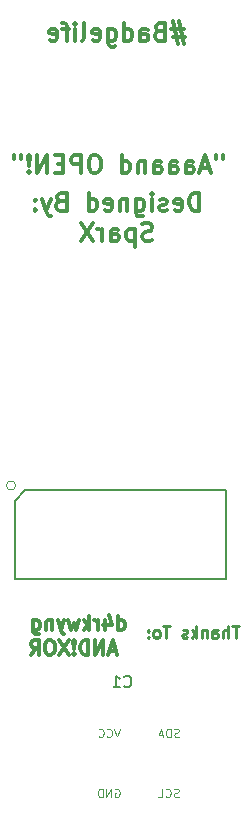
<source format=gbo>
G04 #@! TF.FileFunction,Legend,Bot*
%FSLAX46Y46*%
G04 Gerber Fmt 4.6, Leading zero omitted, Abs format (unit mm)*
G04 Created by KiCad (PCBNEW 4.0.6) date 07/02/18 18:42:29*
%MOMM*%
%LPD*%
G01*
G04 APERTURE LIST*
%ADD10C,0.100000*%
%ADD11C,0.250000*%
%ADD12C,0.300000*%
%ADD13C,0.152400*%
%ADD14C,0.150000*%
%ADD15C,0.010000*%
%ADD16C,2.100000*%
%ADD17O,2.100000X2.100000*%
%ADD18R,2.400000X2.000000*%
%ADD19R,2.400000X2.100000*%
%ADD20R,1.162000X1.543000*%
G04 APERTURE END LIST*
D10*
D11*
X101946222Y-126048521D02*
X101374793Y-126048521D01*
X101660508Y-127048521D02*
X101660508Y-126048521D01*
X101041460Y-127048521D02*
X101041460Y-126048521D01*
X100612888Y-127048521D02*
X100612888Y-126524711D01*
X100660507Y-126429473D01*
X100755745Y-126381854D01*
X100898603Y-126381854D01*
X100993841Y-126429473D01*
X101041460Y-126477092D01*
X99708126Y-127048521D02*
X99708126Y-126524711D01*
X99755745Y-126429473D01*
X99850983Y-126381854D01*
X100041460Y-126381854D01*
X100136698Y-126429473D01*
X99708126Y-127000902D02*
X99803364Y-127048521D01*
X100041460Y-127048521D01*
X100136698Y-127000902D01*
X100184317Y-126905664D01*
X100184317Y-126810426D01*
X100136698Y-126715188D01*
X100041460Y-126667569D01*
X99803364Y-126667569D01*
X99708126Y-126619950D01*
X99231936Y-126381854D02*
X99231936Y-127048521D01*
X99231936Y-126477092D02*
X99184317Y-126429473D01*
X99089079Y-126381854D01*
X98946221Y-126381854D01*
X98850983Y-126429473D01*
X98803364Y-126524711D01*
X98803364Y-127048521D01*
X98327174Y-127048521D02*
X98327174Y-126048521D01*
X98231936Y-126667569D02*
X97946221Y-127048521D01*
X97946221Y-126381854D02*
X98327174Y-126762807D01*
X97565269Y-127000902D02*
X97470031Y-127048521D01*
X97279555Y-127048521D01*
X97184316Y-127000902D01*
X97136697Y-126905664D01*
X97136697Y-126858045D01*
X97184316Y-126762807D01*
X97279555Y-126715188D01*
X97422412Y-126715188D01*
X97517650Y-126667569D01*
X97565269Y-126572330D01*
X97565269Y-126524711D01*
X97517650Y-126429473D01*
X97422412Y-126381854D01*
X97279555Y-126381854D01*
X97184316Y-126429473D01*
X96089078Y-126048521D02*
X95517649Y-126048521D01*
X95803364Y-127048521D02*
X95803364Y-126048521D01*
X95041459Y-127048521D02*
X95136697Y-127000902D01*
X95184316Y-126953283D01*
X95231935Y-126858045D01*
X95231935Y-126572330D01*
X95184316Y-126477092D01*
X95136697Y-126429473D01*
X95041459Y-126381854D01*
X94898601Y-126381854D01*
X94803363Y-126429473D01*
X94755744Y-126477092D01*
X94708125Y-126572330D01*
X94708125Y-126858045D01*
X94755744Y-126953283D01*
X94803363Y-127000902D01*
X94898601Y-127048521D01*
X95041459Y-127048521D01*
X94279554Y-126953283D02*
X94231935Y-127000902D01*
X94279554Y-127048521D01*
X94327173Y-127000902D01*
X94279554Y-126953283D01*
X94279554Y-127048521D01*
X94279554Y-126429473D02*
X94231935Y-126477092D01*
X94279554Y-126524711D01*
X94327173Y-126477092D01*
X94279554Y-126429473D01*
X94279554Y-126524711D01*
D12*
X98571771Y-90879131D02*
X98571771Y-89379131D01*
X98214628Y-89379131D01*
X98000343Y-89450560D01*
X97857485Y-89593417D01*
X97786057Y-89736274D01*
X97714628Y-90021989D01*
X97714628Y-90236274D01*
X97786057Y-90521989D01*
X97857485Y-90664846D01*
X98000343Y-90807703D01*
X98214628Y-90879131D01*
X98571771Y-90879131D01*
X96500343Y-90807703D02*
X96643200Y-90879131D01*
X96928914Y-90879131D01*
X97071771Y-90807703D01*
X97143200Y-90664846D01*
X97143200Y-90093417D01*
X97071771Y-89950560D01*
X96928914Y-89879131D01*
X96643200Y-89879131D01*
X96500343Y-89950560D01*
X96428914Y-90093417D01*
X96428914Y-90236274D01*
X97143200Y-90379131D01*
X95857486Y-90807703D02*
X95714629Y-90879131D01*
X95428914Y-90879131D01*
X95286057Y-90807703D01*
X95214629Y-90664846D01*
X95214629Y-90593417D01*
X95286057Y-90450560D01*
X95428914Y-90379131D01*
X95643200Y-90379131D01*
X95786057Y-90307703D01*
X95857486Y-90164846D01*
X95857486Y-90093417D01*
X95786057Y-89950560D01*
X95643200Y-89879131D01*
X95428914Y-89879131D01*
X95286057Y-89950560D01*
X94571771Y-90879131D02*
X94571771Y-89879131D01*
X94571771Y-89379131D02*
X94643200Y-89450560D01*
X94571771Y-89521989D01*
X94500343Y-89450560D01*
X94571771Y-89379131D01*
X94571771Y-89521989D01*
X93214628Y-89879131D02*
X93214628Y-91093417D01*
X93286057Y-91236274D01*
X93357485Y-91307703D01*
X93500342Y-91379131D01*
X93714628Y-91379131D01*
X93857485Y-91307703D01*
X93214628Y-90807703D02*
X93357485Y-90879131D01*
X93643199Y-90879131D01*
X93786057Y-90807703D01*
X93857485Y-90736274D01*
X93928914Y-90593417D01*
X93928914Y-90164846D01*
X93857485Y-90021989D01*
X93786057Y-89950560D01*
X93643199Y-89879131D01*
X93357485Y-89879131D01*
X93214628Y-89950560D01*
X92500342Y-89879131D02*
X92500342Y-90879131D01*
X92500342Y-90021989D02*
X92428914Y-89950560D01*
X92286056Y-89879131D01*
X92071771Y-89879131D01*
X91928914Y-89950560D01*
X91857485Y-90093417D01*
X91857485Y-90879131D01*
X90571771Y-90807703D02*
X90714628Y-90879131D01*
X91000342Y-90879131D01*
X91143199Y-90807703D01*
X91214628Y-90664846D01*
X91214628Y-90093417D01*
X91143199Y-89950560D01*
X91000342Y-89879131D01*
X90714628Y-89879131D01*
X90571771Y-89950560D01*
X90500342Y-90093417D01*
X90500342Y-90236274D01*
X91214628Y-90379131D01*
X89214628Y-90879131D02*
X89214628Y-89379131D01*
X89214628Y-90807703D02*
X89357485Y-90879131D01*
X89643199Y-90879131D01*
X89786057Y-90807703D01*
X89857485Y-90736274D01*
X89928914Y-90593417D01*
X89928914Y-90164846D01*
X89857485Y-90021989D01*
X89786057Y-89950560D01*
X89643199Y-89879131D01*
X89357485Y-89879131D01*
X89214628Y-89950560D01*
X86857485Y-90093417D02*
X86643199Y-90164846D01*
X86571771Y-90236274D01*
X86500342Y-90379131D01*
X86500342Y-90593417D01*
X86571771Y-90736274D01*
X86643199Y-90807703D01*
X86786057Y-90879131D01*
X87357485Y-90879131D01*
X87357485Y-89379131D01*
X86857485Y-89379131D01*
X86714628Y-89450560D01*
X86643199Y-89521989D01*
X86571771Y-89664846D01*
X86571771Y-89807703D01*
X86643199Y-89950560D01*
X86714628Y-90021989D01*
X86857485Y-90093417D01*
X87357485Y-90093417D01*
X86000342Y-89879131D02*
X85643199Y-90879131D01*
X85286057Y-89879131D02*
X85643199Y-90879131D01*
X85786057Y-91236274D01*
X85857485Y-91307703D01*
X86000342Y-91379131D01*
X84714628Y-90736274D02*
X84643200Y-90807703D01*
X84714628Y-90879131D01*
X84786057Y-90807703D01*
X84714628Y-90736274D01*
X84714628Y-90879131D01*
X84714628Y-89950560D02*
X84643200Y-90021989D01*
X84714628Y-90093417D01*
X84786057Y-90021989D01*
X84714628Y-89950560D01*
X84714628Y-90093417D01*
X94607485Y-93357703D02*
X94393199Y-93429131D01*
X94036056Y-93429131D01*
X93893199Y-93357703D01*
X93821770Y-93286274D01*
X93750342Y-93143417D01*
X93750342Y-93000560D01*
X93821770Y-92857703D01*
X93893199Y-92786274D01*
X94036056Y-92714846D01*
X94321770Y-92643417D01*
X94464628Y-92571989D01*
X94536056Y-92500560D01*
X94607485Y-92357703D01*
X94607485Y-92214846D01*
X94536056Y-92071989D01*
X94464628Y-92000560D01*
X94321770Y-91929131D01*
X93964628Y-91929131D01*
X93750342Y-92000560D01*
X93107485Y-92429131D02*
X93107485Y-93929131D01*
X93107485Y-92500560D02*
X92964628Y-92429131D01*
X92678914Y-92429131D01*
X92536057Y-92500560D01*
X92464628Y-92571989D01*
X92393199Y-92714846D01*
X92393199Y-93143417D01*
X92464628Y-93286274D01*
X92536057Y-93357703D01*
X92678914Y-93429131D01*
X92964628Y-93429131D01*
X93107485Y-93357703D01*
X91107485Y-93429131D02*
X91107485Y-92643417D01*
X91178914Y-92500560D01*
X91321771Y-92429131D01*
X91607485Y-92429131D01*
X91750342Y-92500560D01*
X91107485Y-93357703D02*
X91250342Y-93429131D01*
X91607485Y-93429131D01*
X91750342Y-93357703D01*
X91821771Y-93214846D01*
X91821771Y-93071989D01*
X91750342Y-92929131D01*
X91607485Y-92857703D01*
X91250342Y-92857703D01*
X91107485Y-92786274D01*
X90393199Y-93429131D02*
X90393199Y-92429131D01*
X90393199Y-92714846D02*
X90321771Y-92571989D01*
X90250342Y-92500560D01*
X90107485Y-92429131D01*
X89964628Y-92429131D01*
X89607485Y-91929131D02*
X88607485Y-93429131D01*
X88607485Y-91929131D02*
X89607485Y-93429131D01*
X91734800Y-126370357D02*
X91734800Y-125170357D01*
X91734800Y-126313214D02*
X91849086Y-126370357D01*
X92077657Y-126370357D01*
X92191943Y-126313214D01*
X92249086Y-126256071D01*
X92306229Y-126141786D01*
X92306229Y-125798929D01*
X92249086Y-125684643D01*
X92191943Y-125627500D01*
X92077657Y-125570357D01*
X91849086Y-125570357D01*
X91734800Y-125627500D01*
X90649086Y-125570357D02*
X90649086Y-126370357D01*
X90934800Y-125113214D02*
X91220515Y-125970357D01*
X90477657Y-125970357D01*
X90020515Y-126370357D02*
X90020515Y-125570357D01*
X90020515Y-125798929D02*
X89963372Y-125684643D01*
X89906229Y-125627500D01*
X89791943Y-125570357D01*
X89677658Y-125570357D01*
X89277658Y-126370357D02*
X89277658Y-125170357D01*
X89163372Y-125913214D02*
X88820515Y-126370357D01*
X88820515Y-125570357D02*
X89277658Y-126027500D01*
X88420514Y-125570357D02*
X88191943Y-126370357D01*
X87963372Y-125798929D01*
X87734800Y-126370357D01*
X87506229Y-125570357D01*
X87163371Y-125570357D02*
X86877657Y-126370357D01*
X86591943Y-125570357D02*
X86877657Y-126370357D01*
X86991943Y-126656071D01*
X87049086Y-126713214D01*
X87163371Y-126770357D01*
X86134800Y-125570357D02*
X86134800Y-126370357D01*
X86134800Y-125684643D02*
X86077657Y-125627500D01*
X85963371Y-125570357D01*
X85791943Y-125570357D01*
X85677657Y-125627500D01*
X85620514Y-125741786D01*
X85620514Y-126370357D01*
X84534800Y-125570357D02*
X84534800Y-126541786D01*
X84591943Y-126656071D01*
X84649086Y-126713214D01*
X84763371Y-126770357D01*
X84934800Y-126770357D01*
X85049086Y-126713214D01*
X84534800Y-126313214D02*
X84649086Y-126370357D01*
X84877657Y-126370357D01*
X84991943Y-126313214D01*
X85049086Y-126256071D01*
X85106229Y-126141786D01*
X85106229Y-125798929D01*
X85049086Y-125684643D01*
X84991943Y-125627500D01*
X84877657Y-125570357D01*
X84649086Y-125570357D01*
X84534800Y-125627500D01*
X91534800Y-128127500D02*
X90963371Y-128127500D01*
X91649085Y-128470357D02*
X91249085Y-127270357D01*
X90849085Y-128470357D01*
X90449086Y-128470357D02*
X90449086Y-127270357D01*
X89763371Y-128470357D01*
X89763371Y-127270357D01*
X89191943Y-128470357D02*
X89191943Y-127270357D01*
X88906228Y-127270357D01*
X88734800Y-127327500D01*
X88620514Y-127441786D01*
X88563371Y-127556071D01*
X88506228Y-127784643D01*
X88506228Y-127956071D01*
X88563371Y-128184643D01*
X88620514Y-128298929D01*
X88734800Y-128413214D01*
X88906228Y-128470357D01*
X89191943Y-128470357D01*
X87991943Y-128356071D02*
X87934800Y-128413214D01*
X87991943Y-128470357D01*
X88049086Y-128413214D01*
X87991943Y-128356071D01*
X87991943Y-128470357D01*
X87991943Y-128013214D02*
X88049086Y-127327500D01*
X87991943Y-127270357D01*
X87934800Y-127327500D01*
X87991943Y-128013214D01*
X87991943Y-127270357D01*
X87534799Y-127270357D02*
X86734799Y-128470357D01*
X86734799Y-127270357D02*
X87534799Y-128470357D01*
X86049085Y-127270357D02*
X85820514Y-127270357D01*
X85706228Y-127327500D01*
X85591942Y-127441786D01*
X85534800Y-127670357D01*
X85534800Y-128070357D01*
X85591942Y-128298929D01*
X85706228Y-128413214D01*
X85820514Y-128470357D01*
X86049085Y-128470357D01*
X86163371Y-128413214D01*
X86277657Y-128298929D01*
X86334800Y-128070357D01*
X86334800Y-127670357D01*
X86277657Y-127441786D01*
X86163371Y-127327500D01*
X86049085Y-127270357D01*
X84334799Y-128470357D02*
X84734799Y-127898929D01*
X85020514Y-128470357D02*
X85020514Y-127270357D01*
X84563371Y-127270357D01*
X84449085Y-127327500D01*
X84391942Y-127384643D01*
X84334799Y-127498929D01*
X84334799Y-127670357D01*
X84391942Y-127784643D01*
X84449085Y-127841786D01*
X84563371Y-127898929D01*
X85020514Y-127898929D01*
X97281286Y-75497571D02*
X96209857Y-75497571D01*
X96852714Y-74854714D02*
X97281286Y-76783286D01*
X96352714Y-76140429D02*
X97424143Y-76140429D01*
X96781286Y-76783286D02*
X96352714Y-74854714D01*
X95209857Y-75711857D02*
X94995571Y-75783286D01*
X94924143Y-75854714D01*
X94852714Y-75997571D01*
X94852714Y-76211857D01*
X94924143Y-76354714D01*
X94995571Y-76426143D01*
X95138429Y-76497571D01*
X95709857Y-76497571D01*
X95709857Y-74997571D01*
X95209857Y-74997571D01*
X95067000Y-75069000D01*
X94995571Y-75140429D01*
X94924143Y-75283286D01*
X94924143Y-75426143D01*
X94995571Y-75569000D01*
X95067000Y-75640429D01*
X95209857Y-75711857D01*
X95709857Y-75711857D01*
X93567000Y-76497571D02*
X93567000Y-75711857D01*
X93638429Y-75569000D01*
X93781286Y-75497571D01*
X94067000Y-75497571D01*
X94209857Y-75569000D01*
X93567000Y-76426143D02*
X93709857Y-76497571D01*
X94067000Y-76497571D01*
X94209857Y-76426143D01*
X94281286Y-76283286D01*
X94281286Y-76140429D01*
X94209857Y-75997571D01*
X94067000Y-75926143D01*
X93709857Y-75926143D01*
X93567000Y-75854714D01*
X92209857Y-76497571D02*
X92209857Y-74997571D01*
X92209857Y-76426143D02*
X92352714Y-76497571D01*
X92638428Y-76497571D01*
X92781286Y-76426143D01*
X92852714Y-76354714D01*
X92924143Y-76211857D01*
X92924143Y-75783286D01*
X92852714Y-75640429D01*
X92781286Y-75569000D01*
X92638428Y-75497571D01*
X92352714Y-75497571D01*
X92209857Y-75569000D01*
X90852714Y-75497571D02*
X90852714Y-76711857D01*
X90924143Y-76854714D01*
X90995571Y-76926143D01*
X91138428Y-76997571D01*
X91352714Y-76997571D01*
X91495571Y-76926143D01*
X90852714Y-76426143D02*
X90995571Y-76497571D01*
X91281285Y-76497571D01*
X91424143Y-76426143D01*
X91495571Y-76354714D01*
X91567000Y-76211857D01*
X91567000Y-75783286D01*
X91495571Y-75640429D01*
X91424143Y-75569000D01*
X91281285Y-75497571D01*
X90995571Y-75497571D01*
X90852714Y-75569000D01*
X89567000Y-76426143D02*
X89709857Y-76497571D01*
X89995571Y-76497571D01*
X90138428Y-76426143D01*
X90209857Y-76283286D01*
X90209857Y-75711857D01*
X90138428Y-75569000D01*
X89995571Y-75497571D01*
X89709857Y-75497571D01*
X89567000Y-75569000D01*
X89495571Y-75711857D01*
X89495571Y-75854714D01*
X90209857Y-75997571D01*
X88638428Y-76497571D02*
X88781286Y-76426143D01*
X88852714Y-76283286D01*
X88852714Y-74997571D01*
X88067000Y-76497571D02*
X88067000Y-75497571D01*
X88067000Y-74997571D02*
X88138429Y-75069000D01*
X88067000Y-75140429D01*
X87995572Y-75069000D01*
X88067000Y-74997571D01*
X88067000Y-75140429D01*
X87567000Y-75497571D02*
X86995571Y-75497571D01*
X87352714Y-76497571D02*
X87352714Y-75211857D01*
X87281286Y-75069000D01*
X87138428Y-74997571D01*
X86995571Y-74997571D01*
X85924143Y-76426143D02*
X86067000Y-76497571D01*
X86352714Y-76497571D01*
X86495571Y-76426143D01*
X86567000Y-76283286D01*
X86567000Y-75711857D01*
X86495571Y-75569000D01*
X86352714Y-75497571D01*
X86067000Y-75497571D01*
X85924143Y-75569000D01*
X85852714Y-75711857D01*
X85852714Y-75854714D01*
X86567000Y-75997571D01*
X100589018Y-86183731D02*
X100589018Y-86469446D01*
X100017589Y-86183731D02*
X100017589Y-86469446D01*
X99446161Y-87255160D02*
X98731875Y-87255160D01*
X99589018Y-87683731D02*
X99089018Y-86183731D01*
X98589018Y-87683731D01*
X97446161Y-87683731D02*
X97446161Y-86898017D01*
X97517590Y-86755160D01*
X97660447Y-86683731D01*
X97946161Y-86683731D01*
X98089018Y-86755160D01*
X97446161Y-87612303D02*
X97589018Y-87683731D01*
X97946161Y-87683731D01*
X98089018Y-87612303D01*
X98160447Y-87469446D01*
X98160447Y-87326589D01*
X98089018Y-87183731D01*
X97946161Y-87112303D01*
X97589018Y-87112303D01*
X97446161Y-87040874D01*
X96089018Y-87683731D02*
X96089018Y-86898017D01*
X96160447Y-86755160D01*
X96303304Y-86683731D01*
X96589018Y-86683731D01*
X96731875Y-86755160D01*
X96089018Y-87612303D02*
X96231875Y-87683731D01*
X96589018Y-87683731D01*
X96731875Y-87612303D01*
X96803304Y-87469446D01*
X96803304Y-87326589D01*
X96731875Y-87183731D01*
X96589018Y-87112303D01*
X96231875Y-87112303D01*
X96089018Y-87040874D01*
X94731875Y-87683731D02*
X94731875Y-86898017D01*
X94803304Y-86755160D01*
X94946161Y-86683731D01*
X95231875Y-86683731D01*
X95374732Y-86755160D01*
X94731875Y-87612303D02*
X94874732Y-87683731D01*
X95231875Y-87683731D01*
X95374732Y-87612303D01*
X95446161Y-87469446D01*
X95446161Y-87326589D01*
X95374732Y-87183731D01*
X95231875Y-87112303D01*
X94874732Y-87112303D01*
X94731875Y-87040874D01*
X94017589Y-86683731D02*
X94017589Y-87683731D01*
X94017589Y-86826589D02*
X93946161Y-86755160D01*
X93803303Y-86683731D01*
X93589018Y-86683731D01*
X93446161Y-86755160D01*
X93374732Y-86898017D01*
X93374732Y-87683731D01*
X92017589Y-87683731D02*
X92017589Y-86183731D01*
X92017589Y-87612303D02*
X92160446Y-87683731D01*
X92446160Y-87683731D01*
X92589018Y-87612303D01*
X92660446Y-87540874D01*
X92731875Y-87398017D01*
X92731875Y-86969446D01*
X92660446Y-86826589D01*
X92589018Y-86755160D01*
X92446160Y-86683731D01*
X92160446Y-86683731D01*
X92017589Y-86755160D01*
X89874732Y-86183731D02*
X89589018Y-86183731D01*
X89446160Y-86255160D01*
X89303303Y-86398017D01*
X89231875Y-86683731D01*
X89231875Y-87183731D01*
X89303303Y-87469446D01*
X89446160Y-87612303D01*
X89589018Y-87683731D01*
X89874732Y-87683731D01*
X90017589Y-87612303D01*
X90160446Y-87469446D01*
X90231875Y-87183731D01*
X90231875Y-86683731D01*
X90160446Y-86398017D01*
X90017589Y-86255160D01*
X89874732Y-86183731D01*
X88589017Y-87683731D02*
X88589017Y-86183731D01*
X88017589Y-86183731D01*
X87874731Y-86255160D01*
X87803303Y-86326589D01*
X87731874Y-86469446D01*
X87731874Y-86683731D01*
X87803303Y-86826589D01*
X87874731Y-86898017D01*
X88017589Y-86969446D01*
X88589017Y-86969446D01*
X87089017Y-86898017D02*
X86589017Y-86898017D01*
X86374731Y-87683731D02*
X87089017Y-87683731D01*
X87089017Y-86183731D01*
X86374731Y-86183731D01*
X85731874Y-87683731D02*
X85731874Y-86183731D01*
X84874731Y-87683731D01*
X84874731Y-86183731D01*
X84160445Y-87540874D02*
X84089017Y-87612303D01*
X84160445Y-87683731D01*
X84231874Y-87612303D01*
X84160445Y-87540874D01*
X84160445Y-87683731D01*
X84160445Y-87112303D02*
X84231874Y-86255160D01*
X84160445Y-86183731D01*
X84089017Y-86255160D01*
X84160445Y-87112303D01*
X84160445Y-86183731D01*
X83517588Y-86183731D02*
X83517588Y-86469446D01*
X82946159Y-86183731D02*
X82946159Y-86469446D01*
D13*
X82972600Y-122075900D02*
X82972600Y-115477930D01*
X82972600Y-115477930D02*
X83874630Y-114575900D01*
X83874630Y-114575900D02*
X100872600Y-114575900D01*
X100872600Y-114575900D02*
X100872600Y-122075900D01*
X100872600Y-122075900D02*
X82972600Y-122075900D01*
D10*
X83028600Y-114150900D02*
G75*
G03X83028600Y-114150900I-381000J0D01*
G01*
X96862000Y-135411333D02*
X96762000Y-135444667D01*
X96595333Y-135444667D01*
X96528666Y-135411333D01*
X96495333Y-135378000D01*
X96462000Y-135311333D01*
X96462000Y-135244667D01*
X96495333Y-135178000D01*
X96528666Y-135144667D01*
X96595333Y-135111333D01*
X96728666Y-135078000D01*
X96795333Y-135044667D01*
X96828666Y-135011333D01*
X96862000Y-134944667D01*
X96862000Y-134878000D01*
X96828666Y-134811333D01*
X96795333Y-134778000D01*
X96728666Y-134744667D01*
X96562000Y-134744667D01*
X96462000Y-134778000D01*
X96161999Y-135444667D02*
X96161999Y-134744667D01*
X95995333Y-134744667D01*
X95895333Y-134778000D01*
X95828666Y-134844667D01*
X95795333Y-134911333D01*
X95761999Y-135044667D01*
X95761999Y-135144667D01*
X95795333Y-135278000D01*
X95828666Y-135344667D01*
X95895333Y-135411333D01*
X95995333Y-135444667D01*
X96161999Y-135444667D01*
X95495333Y-135244667D02*
X95161999Y-135244667D01*
X95561999Y-135444667D02*
X95328666Y-134744667D01*
X95095333Y-135444667D01*
X96845334Y-140491333D02*
X96745334Y-140524667D01*
X96578667Y-140524667D01*
X96512000Y-140491333D01*
X96478667Y-140458000D01*
X96445334Y-140391333D01*
X96445334Y-140324667D01*
X96478667Y-140258000D01*
X96512000Y-140224667D01*
X96578667Y-140191333D01*
X96712000Y-140158000D01*
X96778667Y-140124667D01*
X96812000Y-140091333D01*
X96845334Y-140024667D01*
X96845334Y-139958000D01*
X96812000Y-139891333D01*
X96778667Y-139858000D01*
X96712000Y-139824667D01*
X96545334Y-139824667D01*
X96445334Y-139858000D01*
X95745333Y-140458000D02*
X95778667Y-140491333D01*
X95878667Y-140524667D01*
X95945333Y-140524667D01*
X96045333Y-140491333D01*
X96112000Y-140424667D01*
X96145333Y-140358000D01*
X96178667Y-140224667D01*
X96178667Y-140124667D01*
X96145333Y-139991333D01*
X96112000Y-139924667D01*
X96045333Y-139858000D01*
X95945333Y-139824667D01*
X95878667Y-139824667D01*
X95778667Y-139858000D01*
X95745333Y-139891333D01*
X95112000Y-140524667D02*
X95445333Y-140524667D01*
X95445333Y-139824667D01*
X91465333Y-139858000D02*
X91531999Y-139824667D01*
X91631999Y-139824667D01*
X91731999Y-139858000D01*
X91798666Y-139924667D01*
X91831999Y-139991333D01*
X91865333Y-140124667D01*
X91865333Y-140224667D01*
X91831999Y-140358000D01*
X91798666Y-140424667D01*
X91731999Y-140491333D01*
X91631999Y-140524667D01*
X91565333Y-140524667D01*
X91465333Y-140491333D01*
X91431999Y-140458000D01*
X91431999Y-140224667D01*
X91565333Y-140224667D01*
X91131999Y-140524667D02*
X91131999Y-139824667D01*
X90731999Y-140524667D01*
X90731999Y-139824667D01*
X90398666Y-140524667D02*
X90398666Y-139824667D01*
X90232000Y-139824667D01*
X90132000Y-139858000D01*
X90065333Y-139924667D01*
X90032000Y-139991333D01*
X89998666Y-140124667D01*
X89998666Y-140224667D01*
X90032000Y-140358000D01*
X90065333Y-140424667D01*
X90132000Y-140491333D01*
X90232000Y-140524667D01*
X90398666Y-140524667D01*
X91865333Y-134744667D02*
X91632000Y-135444667D01*
X91398667Y-134744667D01*
X90765333Y-135378000D02*
X90798667Y-135411333D01*
X90898667Y-135444667D01*
X90965333Y-135444667D01*
X91065333Y-135411333D01*
X91132000Y-135344667D01*
X91165333Y-135278000D01*
X91198667Y-135144667D01*
X91198667Y-135044667D01*
X91165333Y-134911333D01*
X91132000Y-134844667D01*
X91065333Y-134778000D01*
X90965333Y-134744667D01*
X90898667Y-134744667D01*
X90798667Y-134778000D01*
X90765333Y-134811333D01*
X90065333Y-135378000D02*
X90098667Y-135411333D01*
X90198667Y-135444667D01*
X90265333Y-135444667D01*
X90365333Y-135411333D01*
X90432000Y-135344667D01*
X90465333Y-135278000D01*
X90498667Y-135144667D01*
X90498667Y-135044667D01*
X90465333Y-134911333D01*
X90432000Y-134844667D01*
X90365333Y-134778000D01*
X90265333Y-134744667D01*
X90198667Y-134744667D01*
X90098667Y-134778000D01*
X90065333Y-134811333D01*
D14*
X92228966Y-131156983D02*
X92276585Y-131204602D01*
X92419442Y-131252221D01*
X92514680Y-131252221D01*
X92657538Y-131204602D01*
X92752776Y-131109364D01*
X92800395Y-131014126D01*
X92848014Y-130823650D01*
X92848014Y-130680792D01*
X92800395Y-130490316D01*
X92752776Y-130395078D01*
X92657538Y-130299840D01*
X92514680Y-130252221D01*
X92419442Y-130252221D01*
X92276585Y-130299840D01*
X92228966Y-130347459D01*
X91276585Y-131252221D02*
X91848014Y-131252221D01*
X91562300Y-131252221D02*
X91562300Y-130252221D01*
X91657538Y-130395078D01*
X91752776Y-130490316D01*
X91848014Y-130537935D01*
%LPC*%
D15*
G36*
X104838745Y-110099321D02*
X104826558Y-110147884D01*
X104825875Y-110228269D01*
X104829980Y-110271145D01*
X104834801Y-110402777D01*
X104813366Y-110497401D01*
X104770109Y-110550631D01*
X104709462Y-110558085D01*
X104635860Y-110515374D01*
X104609361Y-110489391D01*
X104528001Y-110401625D01*
X104567710Y-110554636D01*
X104590337Y-110709504D01*
X104573077Y-110856396D01*
X104554151Y-110956874D01*
X104555151Y-111006277D01*
X104575629Y-111003896D01*
X104615135Y-110949016D01*
X104622940Y-110935751D01*
X104655442Y-110848684D01*
X104648346Y-110752425D01*
X104643998Y-110735125D01*
X104627870Y-110664242D01*
X104633799Y-110632438D01*
X104666640Y-110625038D01*
X104680312Y-110625305D01*
X104797647Y-110633951D01*
X104889155Y-110649497D01*
X104942324Y-110669448D01*
X104950388Y-110679123D01*
X104939270Y-110714716D01*
X104903207Y-110780594D01*
X104858810Y-110849367D01*
X104794599Y-110934718D01*
X104742790Y-110980445D01*
X104690513Y-110997397D01*
X104682467Y-110998089D01*
X104624393Y-111011630D01*
X104603893Y-111052612D01*
X104602415Y-111072545D01*
X104588216Y-111153862D01*
X104570908Y-111200922D01*
X104556201Y-111238938D01*
X104573040Y-111247756D01*
X104632238Y-111232759D01*
X104633893Y-111232264D01*
X104715693Y-111202616D01*
X104780968Y-111170941D01*
X104825699Y-111122079D01*
X104877128Y-111034051D01*
X104928687Y-110922557D01*
X104973812Y-110803298D01*
X105005938Y-110691972D01*
X105018499Y-110604278D01*
X105018506Y-110602925D01*
X105010639Y-110522256D01*
X104989723Y-110424513D01*
X104960031Y-110321675D01*
X104925840Y-110225720D01*
X104891425Y-110148625D01*
X104861062Y-110102371D01*
X104839026Y-110098934D01*
X104838745Y-110099321D01*
X104838745Y-110099321D01*
G37*
X104838745Y-110099321D02*
X104826558Y-110147884D01*
X104825875Y-110228269D01*
X104829980Y-110271145D01*
X104834801Y-110402777D01*
X104813366Y-110497401D01*
X104770109Y-110550631D01*
X104709462Y-110558085D01*
X104635860Y-110515374D01*
X104609361Y-110489391D01*
X104528001Y-110401625D01*
X104567710Y-110554636D01*
X104590337Y-110709504D01*
X104573077Y-110856396D01*
X104554151Y-110956874D01*
X104555151Y-111006277D01*
X104575629Y-111003896D01*
X104615135Y-110949016D01*
X104622940Y-110935751D01*
X104655442Y-110848684D01*
X104648346Y-110752425D01*
X104643998Y-110735125D01*
X104627870Y-110664242D01*
X104633799Y-110632438D01*
X104666640Y-110625038D01*
X104680312Y-110625305D01*
X104797647Y-110633951D01*
X104889155Y-110649497D01*
X104942324Y-110669448D01*
X104950388Y-110679123D01*
X104939270Y-110714716D01*
X104903207Y-110780594D01*
X104858810Y-110849367D01*
X104794599Y-110934718D01*
X104742790Y-110980445D01*
X104690513Y-110997397D01*
X104682467Y-110998089D01*
X104624393Y-111011630D01*
X104603893Y-111052612D01*
X104602415Y-111072545D01*
X104588216Y-111153862D01*
X104570908Y-111200922D01*
X104556201Y-111238938D01*
X104573040Y-111247756D01*
X104632238Y-111232759D01*
X104633893Y-111232264D01*
X104715693Y-111202616D01*
X104780968Y-111170941D01*
X104825699Y-111122079D01*
X104877128Y-111034051D01*
X104928687Y-110922557D01*
X104973812Y-110803298D01*
X105005938Y-110691972D01*
X105018499Y-110604278D01*
X105018506Y-110602925D01*
X105010639Y-110522256D01*
X104989723Y-110424513D01*
X104960031Y-110321675D01*
X104925840Y-110225720D01*
X104891425Y-110148625D01*
X104861062Y-110102371D01*
X104839026Y-110098934D01*
X104838745Y-110099321D01*
G36*
X100684253Y-108312084D02*
X100675334Y-108378350D01*
X100646789Y-108404879D01*
X100616686Y-108408399D01*
X100586487Y-108412200D01*
X100569772Y-108429588D01*
X100565230Y-108471315D01*
X100571547Y-108548140D01*
X100585966Y-108660126D01*
X100608191Y-108814097D01*
X100626193Y-108917353D01*
X100639481Y-108968855D01*
X100647565Y-108967558D01*
X100649956Y-108912424D01*
X100646163Y-108802408D01*
X100645312Y-108786257D01*
X100641226Y-108631638D01*
X100647754Y-108531204D01*
X100663473Y-108483995D01*
X100686961Y-108489051D01*
X100716796Y-108545411D01*
X100751557Y-108652114D01*
X100789822Y-108808197D01*
X100808210Y-108896320D01*
X100854344Y-109117887D01*
X100895361Y-109290266D01*
X100933589Y-109420220D01*
X100971350Y-109514514D01*
X101010973Y-109579909D01*
X101054780Y-109623171D01*
X101059226Y-109626363D01*
X101126828Y-109685838D01*
X101199420Y-109767472D01*
X101225759Y-109802501D01*
X101261548Y-109845750D01*
X101313011Y-109893181D01*
X101386081Y-109948864D01*
X101486688Y-110016868D01*
X101620762Y-110101262D01*
X101794235Y-110206119D01*
X101938907Y-110291882D01*
X102128940Y-110405234D01*
X102320292Y-110521706D01*
X102502047Y-110634483D01*
X102663288Y-110736752D01*
X102793100Y-110821695D01*
X102851284Y-110861457D01*
X102974839Y-110944665D01*
X103095671Y-111020001D01*
X103198954Y-111078560D01*
X103263543Y-111109135D01*
X103368054Y-111156925D01*
X103479496Y-111219292D01*
X103519893Y-111245417D01*
X103661066Y-111322067D01*
X103784770Y-111345883D01*
X103892626Y-111317151D01*
X103901609Y-111312000D01*
X103963742Y-111286754D01*
X104041852Y-111283223D01*
X104136317Y-111296403D01*
X104243575Y-111308419D01*
X104342005Y-111306629D01*
X104418202Y-111292820D01*
X104458763Y-111268783D01*
X104461367Y-111253002D01*
X104431728Y-111238490D01*
X104361977Y-111227692D01*
X104285464Y-111223515D01*
X104194099Y-111221115D01*
X104128612Y-111217926D01*
X104105981Y-111215260D01*
X104105484Y-111187283D01*
X104115267Y-111120396D01*
X104128280Y-111053135D01*
X104144342Y-110971180D01*
X104150272Y-110906867D01*
X104142770Y-110846707D01*
X104118538Y-110777208D01*
X104074279Y-110684880D01*
X104006893Y-110556609D01*
X103945144Y-110441964D01*
X103905803Y-110375434D01*
X103885621Y-110354860D01*
X103881346Y-110378079D01*
X103889729Y-110442933D01*
X103896435Y-110483199D01*
X103904787Y-110555733D01*
X103892161Y-110590484D01*
X103851761Y-110604300D01*
X103847316Y-110604978D01*
X103746400Y-110598727D01*
X103627268Y-110560667D01*
X103511353Y-110499171D01*
X103444918Y-110447878D01*
X103373903Y-110396557D01*
X103269246Y-110337795D01*
X103150712Y-110282423D01*
X103120818Y-110270218D01*
X102869215Y-110155442D01*
X102661486Y-110028064D01*
X102502512Y-109891343D01*
X102438530Y-109814601D01*
X102392455Y-109743948D01*
X102350019Y-109661718D01*
X102306615Y-109556881D01*
X102257631Y-109418412D01*
X102204919Y-109255774D01*
X102157184Y-109109315D01*
X102112647Y-108981063D01*
X102075041Y-108881153D01*
X102048096Y-108819718D01*
X102039374Y-108806185D01*
X102022914Y-108815548D01*
X102010147Y-108878809D01*
X102000945Y-108996877D01*
X101996617Y-109110461D01*
X101995417Y-109310382D01*
X102007603Y-109468822D01*
X102038049Y-109600097D01*
X102091627Y-109718524D01*
X102173212Y-109838422D01*
X102287677Y-109974105D01*
X102292384Y-109979367D01*
X102390732Y-110083723D01*
X102517028Y-110209873D01*
X102656170Y-110343107D01*
X102793049Y-110468722D01*
X102815548Y-110488738D01*
X102911151Y-110573570D01*
X102983037Y-110638663D01*
X103028595Y-110682882D01*
X103045214Y-110705086D01*
X103030282Y-110704139D01*
X102981189Y-110678904D01*
X102895323Y-110628241D01*
X102770071Y-110551015D01*
X102602825Y-110446085D01*
X102390971Y-110312315D01*
X102347308Y-110284712D01*
X102174349Y-110176521D01*
X102002883Y-110071342D01*
X101843478Y-109975505D01*
X101706702Y-109895340D01*
X101603124Y-109837176D01*
X101576672Y-109823189D01*
X101449296Y-109753322D01*
X101316920Y-109673874D01*
X101206062Y-109600833D01*
X101196168Y-109593766D01*
X101034497Y-109477020D01*
X100947094Y-109150828D01*
X100909343Y-108998730D01*
X100875828Y-108843351D01*
X100850805Y-108705570D01*
X100840164Y-108626282D01*
X100823787Y-108502000D01*
X100799859Y-108412408D01*
X100762210Y-108335769D01*
X100753938Y-108322363D01*
X100687238Y-108216796D01*
X100684253Y-108312084D01*
X100684253Y-108312084D01*
G37*
X100684253Y-108312084D02*
X100675334Y-108378350D01*
X100646789Y-108404879D01*
X100616686Y-108408399D01*
X100586487Y-108412200D01*
X100569772Y-108429588D01*
X100565230Y-108471315D01*
X100571547Y-108548140D01*
X100585966Y-108660126D01*
X100608191Y-108814097D01*
X100626193Y-108917353D01*
X100639481Y-108968855D01*
X100647565Y-108967558D01*
X100649956Y-108912424D01*
X100646163Y-108802408D01*
X100645312Y-108786257D01*
X100641226Y-108631638D01*
X100647754Y-108531204D01*
X100663473Y-108483995D01*
X100686961Y-108489051D01*
X100716796Y-108545411D01*
X100751557Y-108652114D01*
X100789822Y-108808197D01*
X100808210Y-108896320D01*
X100854344Y-109117887D01*
X100895361Y-109290266D01*
X100933589Y-109420220D01*
X100971350Y-109514514D01*
X101010973Y-109579909D01*
X101054780Y-109623171D01*
X101059226Y-109626363D01*
X101126828Y-109685838D01*
X101199420Y-109767472D01*
X101225759Y-109802501D01*
X101261548Y-109845750D01*
X101313011Y-109893181D01*
X101386081Y-109948864D01*
X101486688Y-110016868D01*
X101620762Y-110101262D01*
X101794235Y-110206119D01*
X101938907Y-110291882D01*
X102128940Y-110405234D01*
X102320292Y-110521706D01*
X102502047Y-110634483D01*
X102663288Y-110736752D01*
X102793100Y-110821695D01*
X102851284Y-110861457D01*
X102974839Y-110944665D01*
X103095671Y-111020001D01*
X103198954Y-111078560D01*
X103263543Y-111109135D01*
X103368054Y-111156925D01*
X103479496Y-111219292D01*
X103519893Y-111245417D01*
X103661066Y-111322067D01*
X103784770Y-111345883D01*
X103892626Y-111317151D01*
X103901609Y-111312000D01*
X103963742Y-111286754D01*
X104041852Y-111283223D01*
X104136317Y-111296403D01*
X104243575Y-111308419D01*
X104342005Y-111306629D01*
X104418202Y-111292820D01*
X104458763Y-111268783D01*
X104461367Y-111253002D01*
X104431728Y-111238490D01*
X104361977Y-111227692D01*
X104285464Y-111223515D01*
X104194099Y-111221115D01*
X104128612Y-111217926D01*
X104105981Y-111215260D01*
X104105484Y-111187283D01*
X104115267Y-111120396D01*
X104128280Y-111053135D01*
X104144342Y-110971180D01*
X104150272Y-110906867D01*
X104142770Y-110846707D01*
X104118538Y-110777208D01*
X104074279Y-110684880D01*
X104006893Y-110556609D01*
X103945144Y-110441964D01*
X103905803Y-110375434D01*
X103885621Y-110354860D01*
X103881346Y-110378079D01*
X103889729Y-110442933D01*
X103896435Y-110483199D01*
X103904787Y-110555733D01*
X103892161Y-110590484D01*
X103851761Y-110604300D01*
X103847316Y-110604978D01*
X103746400Y-110598727D01*
X103627268Y-110560667D01*
X103511353Y-110499171D01*
X103444918Y-110447878D01*
X103373903Y-110396557D01*
X103269246Y-110337795D01*
X103150712Y-110282423D01*
X103120818Y-110270218D01*
X102869215Y-110155442D01*
X102661486Y-110028064D01*
X102502512Y-109891343D01*
X102438530Y-109814601D01*
X102392455Y-109743948D01*
X102350019Y-109661718D01*
X102306615Y-109556881D01*
X102257631Y-109418412D01*
X102204919Y-109255774D01*
X102157184Y-109109315D01*
X102112647Y-108981063D01*
X102075041Y-108881153D01*
X102048096Y-108819718D01*
X102039374Y-108806185D01*
X102022914Y-108815548D01*
X102010147Y-108878809D01*
X102000945Y-108996877D01*
X101996617Y-109110461D01*
X101995417Y-109310382D01*
X102007603Y-109468822D01*
X102038049Y-109600097D01*
X102091627Y-109718524D01*
X102173212Y-109838422D01*
X102287677Y-109974105D01*
X102292384Y-109979367D01*
X102390732Y-110083723D01*
X102517028Y-110209873D01*
X102656170Y-110343107D01*
X102793049Y-110468722D01*
X102815548Y-110488738D01*
X102911151Y-110573570D01*
X102983037Y-110638663D01*
X103028595Y-110682882D01*
X103045214Y-110705086D01*
X103030282Y-110704139D01*
X102981189Y-110678904D01*
X102895323Y-110628241D01*
X102770071Y-110551015D01*
X102602825Y-110446085D01*
X102390971Y-110312315D01*
X102347308Y-110284712D01*
X102174349Y-110176521D01*
X102002883Y-110071342D01*
X101843478Y-109975505D01*
X101706702Y-109895340D01*
X101603124Y-109837176D01*
X101576672Y-109823189D01*
X101449296Y-109753322D01*
X101316920Y-109673874D01*
X101206062Y-109600833D01*
X101196168Y-109593766D01*
X101034497Y-109477020D01*
X100947094Y-109150828D01*
X100909343Y-108998730D01*
X100875828Y-108843351D01*
X100850805Y-108705570D01*
X100840164Y-108626282D01*
X100823787Y-108502000D01*
X100799859Y-108412408D01*
X100762210Y-108335769D01*
X100753938Y-108322363D01*
X100687238Y-108216796D01*
X100684253Y-108312084D01*
G36*
X104282837Y-110756485D02*
X104316052Y-110765203D01*
X104384868Y-110767647D01*
X104417742Y-110763066D01*
X104431050Y-110752008D01*
X104397834Y-110743290D01*
X104329019Y-110740846D01*
X104296145Y-110745427D01*
X104282837Y-110756485D01*
X104282837Y-110756485D01*
G37*
X104282837Y-110756485D02*
X104316052Y-110765203D01*
X104384868Y-110767647D01*
X104417742Y-110763066D01*
X104431050Y-110752008D01*
X104397834Y-110743290D01*
X104329019Y-110740846D01*
X104296145Y-110745427D01*
X104282837Y-110756485D01*
G36*
X104057875Y-110175765D02*
X104086013Y-110179288D01*
X104168441Y-110181065D01*
X104244208Y-110177595D01*
X104299921Y-110170402D01*
X104322180Y-110161011D01*
X104310113Y-110153785D01*
X104251580Y-110148828D01*
X104166048Y-110153513D01*
X104135727Y-110157224D01*
X104069461Y-110168418D01*
X104057875Y-110175765D01*
X104057875Y-110175765D01*
G37*
X104057875Y-110175765D02*
X104086013Y-110179288D01*
X104168441Y-110181065D01*
X104244208Y-110177595D01*
X104299921Y-110170402D01*
X104322180Y-110161011D01*
X104310113Y-110153785D01*
X104251580Y-110148828D01*
X104166048Y-110153513D01*
X104135727Y-110157224D01*
X104069461Y-110168418D01*
X104057875Y-110175765D01*
G36*
X103366247Y-109361874D02*
X103335513Y-109384686D01*
X103320802Y-109383094D01*
X103292987Y-109388553D01*
X103292560Y-109398929D01*
X103320827Y-109426321D01*
X103380620Y-109461878D01*
X103450286Y-109494849D01*
X103508173Y-109514479D01*
X103527518Y-109515601D01*
X103562063Y-109522380D01*
X103636354Y-109545513D01*
X103737550Y-109580840D01*
X103798973Y-109603562D01*
X103910645Y-109643386D01*
X104003813Y-109672394D01*
X104065064Y-109686614D01*
X104080000Y-109686794D01*
X104116736Y-109664268D01*
X104182013Y-109615672D01*
X104259333Y-109553465D01*
X104360517Y-109455953D01*
X104420184Y-109368279D01*
X104433798Y-109297296D01*
X104432583Y-109291859D01*
X104411892Y-109299110D01*
X104365956Y-109334426D01*
X104358596Y-109340852D01*
X104291016Y-109384473D01*
X104202224Y-109410049D01*
X104084161Y-109418076D01*
X103928766Y-109409044D01*
X103877085Y-109402456D01*
X103705159Y-109448523D01*
X103705759Y-109465732D01*
X103691855Y-109471567D01*
X103666744Y-109467605D01*
X103668811Y-109458263D01*
X103700290Y-109446331D01*
X103705159Y-109448523D01*
X103877085Y-109402456D01*
X103815512Y-109394607D01*
X103626377Y-109445285D01*
X103616399Y-109462567D01*
X103599117Y-109452589D01*
X103609095Y-109435307D01*
X103626377Y-109445285D01*
X103815512Y-109394607D01*
X103741622Y-109385187D01*
X103564551Y-109432633D01*
X103554573Y-109449916D01*
X103537291Y-109439937D01*
X103547269Y-109422655D01*
X103564551Y-109432633D01*
X103741622Y-109385187D01*
X103727981Y-109383448D01*
X103709009Y-109380592D01*
X103681410Y-109376913D01*
X103500797Y-109425308D01*
X103490499Y-109428978D01*
X103449294Y-109420735D01*
X103400139Y-109402544D01*
X103389036Y-109384076D01*
X103418797Y-109380787D01*
X103461457Y-109399669D01*
X103500797Y-109425308D01*
X103681410Y-109376913D01*
X103564864Y-109361379D01*
X103454588Y-109352194D01*
X103385919Y-109353460D01*
X103366247Y-109361874D01*
X103366247Y-109361874D01*
G37*
X103366247Y-109361874D02*
X103335513Y-109384686D01*
X103320802Y-109383094D01*
X103292987Y-109388553D01*
X103292560Y-109398929D01*
X103320827Y-109426321D01*
X103380620Y-109461878D01*
X103450286Y-109494849D01*
X103508173Y-109514479D01*
X103527518Y-109515601D01*
X103562063Y-109522380D01*
X103636354Y-109545513D01*
X103737550Y-109580840D01*
X103798973Y-109603562D01*
X103910645Y-109643386D01*
X104003813Y-109672394D01*
X104065064Y-109686614D01*
X104080000Y-109686794D01*
X104116736Y-109664268D01*
X104182013Y-109615672D01*
X104259333Y-109553465D01*
X104360517Y-109455953D01*
X104420184Y-109368279D01*
X104433798Y-109297296D01*
X104432583Y-109291859D01*
X104411892Y-109299110D01*
X104365956Y-109334426D01*
X104358596Y-109340852D01*
X104291016Y-109384473D01*
X104202224Y-109410049D01*
X104084161Y-109418076D01*
X103928766Y-109409044D01*
X103877085Y-109402456D01*
X103705159Y-109448523D01*
X103705759Y-109465732D01*
X103691855Y-109471567D01*
X103666744Y-109467605D01*
X103668811Y-109458263D01*
X103700290Y-109446331D01*
X103705159Y-109448523D01*
X103877085Y-109402456D01*
X103815512Y-109394607D01*
X103626377Y-109445285D01*
X103616399Y-109462567D01*
X103599117Y-109452589D01*
X103609095Y-109435307D01*
X103626377Y-109445285D01*
X103815512Y-109394607D01*
X103741622Y-109385187D01*
X103564551Y-109432633D01*
X103554573Y-109449916D01*
X103537291Y-109439937D01*
X103547269Y-109422655D01*
X103564551Y-109432633D01*
X103741622Y-109385187D01*
X103727981Y-109383448D01*
X103709009Y-109380592D01*
X103681410Y-109376913D01*
X103500797Y-109425308D01*
X103490499Y-109428978D01*
X103449294Y-109420735D01*
X103400139Y-109402544D01*
X103389036Y-109384076D01*
X103418797Y-109380787D01*
X103461457Y-109399669D01*
X103500797Y-109425308D01*
X103681410Y-109376913D01*
X103564864Y-109361379D01*
X103454588Y-109352194D01*
X103385919Y-109353460D01*
X103366247Y-109361874D01*
G36*
X104697905Y-106189946D02*
X104673049Y-106264964D01*
X104659462Y-106340777D01*
X104664307Y-106425400D01*
X104690064Y-106529041D01*
X104739211Y-106661904D01*
X104808004Y-106820463D01*
X104870876Y-106963207D01*
X104914584Y-107078102D01*
X104940768Y-107179474D01*
X104951069Y-107281653D01*
X104947127Y-107398966D01*
X104930581Y-107545746D01*
X104908594Y-107699262D01*
X104874891Y-107927317D01*
X104848850Y-108107726D01*
X104829631Y-108248640D01*
X104816394Y-108358214D01*
X104808301Y-108444601D01*
X104804515Y-108515955D01*
X104804195Y-108580430D01*
X104806503Y-108646179D01*
X104808069Y-108676404D01*
X104810102Y-108806532D01*
X104805190Y-108960771D01*
X104794394Y-109107364D01*
X104793331Y-109117595D01*
X104783979Y-109232991D01*
X104781476Y-109330257D01*
X104786058Y-109393195D01*
X104789219Y-109403789D01*
X104799477Y-109395795D01*
X104811580Y-109340550D01*
X104824034Y-109247152D01*
X104835347Y-109124692D01*
X104835607Y-109121273D01*
X104846273Y-108957883D01*
X104854873Y-108783816D01*
X104860258Y-108624605D01*
X104861482Y-108544592D01*
X104867104Y-108433802D01*
X104882029Y-108282449D01*
X104904425Y-108105306D01*
X104932462Y-107917147D01*
X104957505Y-107769813D01*
X104986480Y-107599314D01*
X105009625Y-107443319D01*
X105025682Y-107312100D01*
X105033388Y-107215933D01*
X105031625Y-107165597D01*
X105012410Y-107111025D01*
X104974767Y-107017565D01*
X104923858Y-106897601D01*
X104864842Y-106763528D01*
X104855257Y-106742181D01*
X104792050Y-106600270D01*
X104749303Y-106498289D01*
X104723604Y-106425023D01*
X104711536Y-106369254D01*
X104709685Y-106319769D01*
X104713375Y-106276191D01*
X104719792Y-106192363D01*
X104714391Y-106163547D01*
X104697905Y-106189946D01*
X104697905Y-106189946D01*
G37*
X104697905Y-106189946D02*
X104673049Y-106264964D01*
X104659462Y-106340777D01*
X104664307Y-106425400D01*
X104690064Y-106529041D01*
X104739211Y-106661904D01*
X104808004Y-106820463D01*
X104870876Y-106963207D01*
X104914584Y-107078102D01*
X104940768Y-107179474D01*
X104951069Y-107281653D01*
X104947127Y-107398966D01*
X104930581Y-107545746D01*
X104908594Y-107699262D01*
X104874891Y-107927317D01*
X104848850Y-108107726D01*
X104829631Y-108248640D01*
X104816394Y-108358214D01*
X104808301Y-108444601D01*
X104804515Y-108515955D01*
X104804195Y-108580430D01*
X104806503Y-108646179D01*
X104808069Y-108676404D01*
X104810102Y-108806532D01*
X104805190Y-108960771D01*
X104794394Y-109107364D01*
X104793331Y-109117595D01*
X104783979Y-109232991D01*
X104781476Y-109330257D01*
X104786058Y-109393195D01*
X104789219Y-109403789D01*
X104799477Y-109395795D01*
X104811580Y-109340550D01*
X104824034Y-109247152D01*
X104835347Y-109124692D01*
X104835607Y-109121273D01*
X104846273Y-108957883D01*
X104854873Y-108783816D01*
X104860258Y-108624605D01*
X104861482Y-108544592D01*
X104867104Y-108433802D01*
X104882029Y-108282449D01*
X104904425Y-108105306D01*
X104932462Y-107917147D01*
X104957505Y-107769813D01*
X104986480Y-107599314D01*
X105009625Y-107443319D01*
X105025682Y-107312100D01*
X105033388Y-107215933D01*
X105031625Y-107165597D01*
X105012410Y-107111025D01*
X104974767Y-107017565D01*
X104923858Y-106897601D01*
X104864842Y-106763528D01*
X104855257Y-106742181D01*
X104792050Y-106600270D01*
X104749303Y-106498289D01*
X104723604Y-106425023D01*
X104711536Y-106369254D01*
X104709685Y-106319769D01*
X104713375Y-106276191D01*
X104719792Y-106192363D01*
X104714391Y-106163547D01*
X104697905Y-106189946D01*
G36*
X102572135Y-108717567D02*
X102569936Y-108720630D01*
X102550287Y-108794082D01*
X102583674Y-108881134D01*
X102626600Y-108936141D01*
X102710096Y-108989978D01*
X102838715Y-109022612D01*
X103004845Y-109032961D01*
X103200873Y-109019942D01*
X103208855Y-109018965D01*
X103357431Y-109004316D01*
X103521713Y-108994305D01*
X103687515Y-108989148D01*
X103840656Y-108989067D01*
X103966954Y-108994278D01*
X104052225Y-109005000D01*
X104056089Y-109005913D01*
X104212827Y-109037828D01*
X104353207Y-109053564D01*
X104467020Y-109052946D01*
X104544062Y-109035797D01*
X104570159Y-109014744D01*
X104575358Y-108973611D01*
X104565845Y-108918530D01*
X104547993Y-108875372D01*
X104533577Y-108866196D01*
X104510545Y-108893060D01*
X104494446Y-108926866D01*
X104476949Y-108957680D01*
X104453459Y-108951563D01*
X104411931Y-108904031D01*
X104403343Y-108892976D01*
X104355925Y-108837423D01*
X104321337Y-108822381D01*
X104280683Y-108841675D01*
X104269831Y-108849349D01*
X104166107Y-108906901D01*
X104067235Y-108918946D01*
X103957612Y-108885644D01*
X103895847Y-108853167D01*
X103812048Y-108806887D01*
X103759102Y-108787709D01*
X103719712Y-108793275D01*
X103676584Y-108821226D01*
X103674280Y-108822971D01*
X103633700Y-108847655D01*
X103578576Y-108867272D01*
X103498258Y-108884095D01*
X103382097Y-108900396D01*
X103234038Y-108916927D01*
X103091336Y-108929398D01*
X102965494Y-108935808D01*
X102869021Y-108935837D01*
X102814424Y-108929165D01*
X102811073Y-108927796D01*
X102761171Y-108892621D01*
X102705565Y-108829396D01*
X102634639Y-108727119D01*
X102631596Y-108722444D01*
X102601994Y-108693705D01*
X102572135Y-108717567D01*
X102572135Y-108717567D01*
G37*
X102572135Y-108717567D02*
X102569936Y-108720630D01*
X102550287Y-108794082D01*
X102583674Y-108881134D01*
X102626600Y-108936141D01*
X102710096Y-108989978D01*
X102838715Y-109022612D01*
X103004845Y-109032961D01*
X103200873Y-109019942D01*
X103208855Y-109018965D01*
X103357431Y-109004316D01*
X103521713Y-108994305D01*
X103687515Y-108989148D01*
X103840656Y-108989067D01*
X103966954Y-108994278D01*
X104052225Y-109005000D01*
X104056089Y-109005913D01*
X104212827Y-109037828D01*
X104353207Y-109053564D01*
X104467020Y-109052946D01*
X104544062Y-109035797D01*
X104570159Y-109014744D01*
X104575358Y-108973611D01*
X104565845Y-108918530D01*
X104547993Y-108875372D01*
X104533577Y-108866196D01*
X104510545Y-108893060D01*
X104494446Y-108926866D01*
X104476949Y-108957680D01*
X104453459Y-108951563D01*
X104411931Y-108904031D01*
X104403343Y-108892976D01*
X104355925Y-108837423D01*
X104321337Y-108822381D01*
X104280683Y-108841675D01*
X104269831Y-108849349D01*
X104166107Y-108906901D01*
X104067235Y-108918946D01*
X103957612Y-108885644D01*
X103895847Y-108853167D01*
X103812048Y-108806887D01*
X103759102Y-108787709D01*
X103719712Y-108793275D01*
X103676584Y-108821226D01*
X103674280Y-108822971D01*
X103633700Y-108847655D01*
X103578576Y-108867272D01*
X103498258Y-108884095D01*
X103382097Y-108900396D01*
X103234038Y-108916927D01*
X103091336Y-108929398D01*
X102965494Y-108935808D01*
X102869021Y-108935837D01*
X102814424Y-108929165D01*
X102811073Y-108927796D01*
X102761171Y-108892621D01*
X102705565Y-108829396D01*
X102634639Y-108727119D01*
X102631596Y-108722444D01*
X102601994Y-108693705D01*
X102572135Y-108717567D01*
G36*
X104575840Y-107923848D02*
X104552358Y-107959960D01*
X104501657Y-108019928D01*
X104418901Y-108095269D01*
X104320072Y-108171719D01*
X104297377Y-108187532D01*
X104152924Y-108297484D01*
X104059402Y-108397596D01*
X104013337Y-108493054D01*
X104011253Y-108589050D01*
X104015676Y-108608280D01*
X104038889Y-108680570D01*
X104054637Y-108698664D01*
X104061832Y-108662003D01*
X104062072Y-108632061D01*
X104087056Y-108503347D01*
X104165403Y-108390512D01*
X104267807Y-108311770D01*
X104360391Y-108243321D01*
X104452286Y-108155011D01*
X104531528Y-108060737D01*
X104586156Y-107974397D01*
X104604015Y-107921191D01*
X104599840Y-107898758D01*
X104575840Y-107923848D01*
X104575840Y-107923848D01*
G37*
X104575840Y-107923848D02*
X104552358Y-107959960D01*
X104501657Y-108019928D01*
X104418901Y-108095269D01*
X104320072Y-108171719D01*
X104297377Y-108187532D01*
X104152924Y-108297484D01*
X104059402Y-108397596D01*
X104013337Y-108493054D01*
X104011253Y-108589050D01*
X104015676Y-108608280D01*
X104038889Y-108680570D01*
X104054637Y-108698664D01*
X104061832Y-108662003D01*
X104062072Y-108632061D01*
X104087056Y-108503347D01*
X104165403Y-108390512D01*
X104267807Y-108311770D01*
X104360391Y-108243321D01*
X104452286Y-108155011D01*
X104531528Y-108060737D01*
X104586156Y-107974397D01*
X104604015Y-107921191D01*
X104599840Y-107898758D01*
X104575840Y-107923848D01*
G36*
X104485014Y-108397115D02*
X104502298Y-108407094D01*
X104512276Y-108389810D01*
X104494993Y-108379832D01*
X104485014Y-108397115D01*
X104485014Y-108397115D01*
G37*
X104485014Y-108397115D02*
X104502298Y-108407094D01*
X104512276Y-108389810D01*
X104494993Y-108379832D01*
X104485014Y-108397115D01*
G36*
X102823216Y-108066653D02*
X102703065Y-108140846D01*
X102583739Y-108231724D01*
X102474925Y-108333001D01*
X102386307Y-108438397D01*
X102356512Y-108483943D01*
X102304608Y-108603367D01*
X102303208Y-108707077D01*
X102352375Y-108804694D01*
X102358676Y-108812755D01*
X102421811Y-108891513D01*
X102372081Y-108766783D01*
X102344048Y-108685410D01*
X102342379Y-108628245D01*
X102368395Y-108568910D01*
X102383218Y-108544459D01*
X102438809Y-108469629D01*
X102516440Y-108381912D01*
X102570175Y-108328144D01*
X102636814Y-108267121D01*
X102669254Y-108243246D01*
X102673022Y-108253571D01*
X102661674Y-108279340D01*
X102627084Y-108349256D01*
X102724581Y-108263530D01*
X102816268Y-108197686D01*
X102922068Y-108141329D01*
X102946964Y-108131174D01*
X103049418Y-108091161D01*
X103105239Y-108062784D01*
X103121416Y-108040049D01*
X103104938Y-108016966D01*
X103091772Y-108007000D01*
X103027254Y-107993447D01*
X102934508Y-108015426D01*
X102823216Y-108066653D01*
X102823216Y-108066653D01*
G37*
X102823216Y-108066653D02*
X102703065Y-108140846D01*
X102583739Y-108231724D01*
X102474925Y-108333001D01*
X102386307Y-108438397D01*
X102356512Y-108483943D01*
X102304608Y-108603367D01*
X102303208Y-108707077D01*
X102352375Y-108804694D01*
X102358676Y-108812755D01*
X102421811Y-108891513D01*
X102372081Y-108766783D01*
X102344048Y-108685410D01*
X102342379Y-108628245D01*
X102368395Y-108568910D01*
X102383218Y-108544459D01*
X102438809Y-108469629D01*
X102516440Y-108381912D01*
X102570175Y-108328144D01*
X102636814Y-108267121D01*
X102669254Y-108243246D01*
X102673022Y-108253571D01*
X102661674Y-108279340D01*
X102627084Y-108349256D01*
X102724581Y-108263530D01*
X102816268Y-108197686D01*
X102922068Y-108141329D01*
X102946964Y-108131174D01*
X103049418Y-108091161D01*
X103105239Y-108062784D01*
X103121416Y-108040049D01*
X103104938Y-108016966D01*
X103091772Y-108007000D01*
X103027254Y-107993447D01*
X102934508Y-108015426D01*
X102823216Y-108066653D01*
G36*
X104428536Y-108295378D02*
X104445819Y-108305356D01*
X104455797Y-108288074D01*
X104438514Y-108278095D01*
X104428536Y-108295378D01*
X104428536Y-108295378D01*
G37*
X104428536Y-108295378D02*
X104445819Y-108305356D01*
X104455797Y-108288074D01*
X104438514Y-108278095D01*
X104428536Y-108295378D01*
G36*
X103766053Y-107949281D02*
X103903213Y-107957113D01*
X104008469Y-107990934D01*
X104041878Y-108009961D01*
X104104098Y-108052215D01*
X104125791Y-108080435D01*
X104114941Y-108109447D01*
X104103468Y-108124356D01*
X104030163Y-108180465D01*
X103947934Y-108181236D01*
X103889702Y-108150131D01*
X103818807Y-108112811D01*
X103723437Y-108080944D01*
X103687554Y-108072817D01*
X103598549Y-108064167D01*
X103505815Y-108067920D01*
X103425043Y-108081611D01*
X103371918Y-108102775D01*
X103360065Y-108124269D01*
X103395460Y-108162158D01*
X103463074Y-108186378D01*
X103539039Y-108189599D01*
X103559432Y-108185501D01*
X103636937Y-108182394D01*
X103735847Y-108201151D01*
X103833508Y-108234944D01*
X103907265Y-108276942D01*
X103926162Y-108296060D01*
X103943677Y-108311829D01*
X103968445Y-108310457D01*
X104008265Y-108286936D01*
X104070936Y-108236262D01*
X104164256Y-108153429D01*
X104202686Y-108118567D01*
X104446805Y-107896517D01*
X104344121Y-107883118D01*
X104212572Y-107876885D01*
X104043924Y-107885409D01*
X103855235Y-107907525D01*
X103759077Y-107923245D01*
X103591821Y-107953288D01*
X103766053Y-107949281D01*
X103766053Y-107949281D01*
G37*
X103766053Y-107949281D02*
X103903213Y-107957113D01*
X104008469Y-107990934D01*
X104041878Y-108009961D01*
X104104098Y-108052215D01*
X104125791Y-108080435D01*
X104114941Y-108109447D01*
X104103468Y-108124356D01*
X104030163Y-108180465D01*
X103947934Y-108181236D01*
X103889702Y-108150131D01*
X103818807Y-108112811D01*
X103723437Y-108080944D01*
X103687554Y-108072817D01*
X103598549Y-108064167D01*
X103505815Y-108067920D01*
X103425043Y-108081611D01*
X103371918Y-108102775D01*
X103360065Y-108124269D01*
X103395460Y-108162158D01*
X103463074Y-108186378D01*
X103539039Y-108189599D01*
X103559432Y-108185501D01*
X103636937Y-108182394D01*
X103735847Y-108201151D01*
X103833508Y-108234944D01*
X103907265Y-108276942D01*
X103926162Y-108296060D01*
X103943677Y-108311829D01*
X103968445Y-108310457D01*
X104008265Y-108286936D01*
X104070936Y-108236262D01*
X104164256Y-108153429D01*
X104202686Y-108118567D01*
X104446805Y-107896517D01*
X104344121Y-107883118D01*
X104212572Y-107876885D01*
X104043924Y-107885409D01*
X103855235Y-107907525D01*
X103759077Y-107923245D01*
X103591821Y-107953288D01*
X103766053Y-107949281D01*
G36*
X99883604Y-108366903D02*
X99797290Y-108410213D01*
X99729865Y-108448225D01*
X99582421Y-108535678D01*
X99686235Y-108565157D01*
X99883062Y-108645644D01*
X100040777Y-108763073D01*
X100068079Y-108791749D01*
X100169307Y-108892028D01*
X100249458Y-108943840D01*
X100297369Y-108949444D01*
X100300048Y-108931567D01*
X100260223Y-108898545D01*
X100244092Y-108888739D01*
X100186430Y-108844753D01*
X100155661Y-108787008D01*
X100147347Y-108701093D01*
X100154379Y-108597481D01*
X100167637Y-108537887D01*
X100203328Y-108509484D01*
X100261133Y-108497270D01*
X100324283Y-108484178D01*
X100353391Y-108470476D01*
X100353559Y-108468341D01*
X100321455Y-108444262D01*
X100251462Y-108414380D01*
X100161025Y-108384040D01*
X100067590Y-108358587D01*
X99988601Y-108343364D01*
X99944070Y-108342884D01*
X99883604Y-108366903D01*
X99883604Y-108366903D01*
G37*
X99883604Y-108366903D02*
X99797290Y-108410213D01*
X99729865Y-108448225D01*
X99582421Y-108535678D01*
X99686235Y-108565157D01*
X99883062Y-108645644D01*
X100040777Y-108763073D01*
X100068079Y-108791749D01*
X100169307Y-108892028D01*
X100249458Y-108943840D01*
X100297369Y-108949444D01*
X100300048Y-108931567D01*
X100260223Y-108898545D01*
X100244092Y-108888739D01*
X100186430Y-108844753D01*
X100155661Y-108787008D01*
X100147347Y-108701093D01*
X100154379Y-108597481D01*
X100167637Y-108537887D01*
X100203328Y-108509484D01*
X100261133Y-108497270D01*
X100324283Y-108484178D01*
X100353391Y-108470476D01*
X100353559Y-108468341D01*
X100321455Y-108444262D01*
X100251462Y-108414380D01*
X100161025Y-108384040D01*
X100067590Y-108358587D01*
X99988601Y-108343364D01*
X99944070Y-108342884D01*
X99883604Y-108366903D01*
G36*
X98389421Y-102405877D02*
X98379594Y-102592316D01*
X98417361Y-102754320D01*
X98501136Y-102887609D01*
X98598325Y-102969483D01*
X98652202Y-103007256D01*
X98661591Y-103021731D01*
X98632453Y-103014919D01*
X98570753Y-102988829D01*
X98482455Y-102945472D01*
X98405165Y-102904369D01*
X98181187Y-102781772D01*
X98269952Y-102880999D01*
X98325123Y-102947828D01*
X98361798Y-103001855D01*
X98368537Y-103016877D01*
X98403900Y-103060017D01*
X98491871Y-103122521D01*
X98632119Y-103204178D01*
X98822943Y-103304086D01*
X98922666Y-103358763D01*
X98990595Y-103404287D01*
X99023243Y-103436192D01*
X99017130Y-103450013D01*
X98968775Y-103441284D01*
X98915050Y-103422196D01*
X98854709Y-103404229D01*
X98825441Y-103407074D01*
X98824992Y-103411880D01*
X98816140Y-103444013D01*
X98771286Y-103446094D01*
X98701276Y-103419554D01*
X98648845Y-103388594D01*
X98533701Y-103297672D01*
X98404231Y-103172570D01*
X98274419Y-103027941D01*
X98158249Y-102878434D01*
X98147892Y-102863738D01*
X98088119Y-102782655D01*
X98054056Y-102748428D01*
X98043393Y-102758914D01*
X98044014Y-102767494D01*
X98071127Y-102849801D01*
X98132163Y-102960286D01*
X98220198Y-103088176D01*
X98328303Y-103222697D01*
X98359555Y-103258224D01*
X98429833Y-103338376D01*
X98483382Y-103402845D01*
X98510519Y-103439887D01*
X98511955Y-103443076D01*
X98497142Y-103474647D01*
X98453409Y-103522874D01*
X98448381Y-103527526D01*
X98361414Y-103582147D01*
X98240915Y-103626116D01*
X98102696Y-103657112D01*
X97962566Y-103672818D01*
X97836335Y-103670917D01*
X97739813Y-103649086D01*
X97714344Y-103635177D01*
X97664220Y-103612952D01*
X97643486Y-103612467D01*
X97637946Y-103628715D01*
X97672485Y-103656563D01*
X97733980Y-103688740D01*
X97809312Y-103717975D01*
X97858845Y-103731810D01*
X97918720Y-103749272D01*
X97939468Y-103763487D01*
X97934615Y-103766911D01*
X97908911Y-103798484D01*
X97883596Y-103865801D01*
X97875725Y-103897663D01*
X97844606Y-103995101D01*
X97800212Y-104083255D01*
X97790019Y-104097969D01*
X97730004Y-104177711D01*
X97876146Y-104123389D01*
X97978717Y-104074121D01*
X98092519Y-103996040D01*
X98228402Y-103881580D01*
X98246978Y-103864795D01*
X98348004Y-103774048D01*
X98420268Y-103714374D01*
X98476349Y-103678416D01*
X98528827Y-103658820D01*
X98590283Y-103648229D01*
X98623759Y-103644490D01*
X98734654Y-103638017D01*
X98803619Y-103647872D01*
X98829734Y-103676361D01*
X98812084Y-103725794D01*
X98749751Y-103798477D01*
X98641817Y-103896719D01*
X98487367Y-104022827D01*
X98467065Y-104038840D01*
X98344402Y-104134599D01*
X98253046Y-104202203D01*
X98180143Y-104248646D01*
X98112836Y-104280925D01*
X98038269Y-104306032D01*
X97943583Y-104330962D01*
X97918804Y-104337111D01*
X97828508Y-104356126D01*
X97727466Y-104372291D01*
X97625442Y-104384892D01*
X97532195Y-104393214D01*
X97457486Y-104396547D01*
X97411074Y-104394174D01*
X97402724Y-104385384D01*
X97431642Y-104372718D01*
X97448277Y-104358261D01*
X97415284Y-104339570D01*
X97344033Y-104318364D01*
X97244596Y-104288243D01*
X97155539Y-104254538D01*
X97125969Y-104240572D01*
X97070911Y-104216579D01*
X97054545Y-104220836D01*
X97071656Y-104246120D01*
X97117030Y-104285207D01*
X97185457Y-104330872D01*
X97195297Y-104336640D01*
X97259185Y-104375291D01*
X97289689Y-104397464D01*
X97285173Y-104399460D01*
X97254416Y-104399427D01*
X97260936Y-104425070D01*
X97296898Y-104468146D01*
X97354466Y-104520411D01*
X97425804Y-104573620D01*
X97485480Y-104610206D01*
X97647350Y-104673484D01*
X97811819Y-104691485D01*
X97965979Y-104664271D01*
X98076956Y-104607318D01*
X98130028Y-104574283D01*
X98147674Y-104574704D01*
X98133951Y-104601694D01*
X98092913Y-104648371D01*
X98028619Y-104707849D01*
X98007245Y-104725661D01*
X97862779Y-104823489D01*
X97677063Y-104917787D01*
X97607427Y-104947468D01*
X97352375Y-105051335D01*
X97457461Y-105065341D01*
X97616945Y-105059878D01*
X97798965Y-105004980D01*
X98001055Y-104901820D01*
X98220753Y-104751571D01*
X98369449Y-104631252D01*
X98450034Y-104563662D01*
X98512366Y-104513863D01*
X98545755Y-104490313D01*
X98548448Y-104489567D01*
X98549018Y-104517398D01*
X98541658Y-104583285D01*
X98534634Y-104630756D01*
X98489808Y-104791000D01*
X98413209Y-104942610D01*
X98317384Y-105061337D01*
X98224983Y-105119723D01*
X98094803Y-105165977D01*
X97944961Y-105195799D01*
X97793576Y-105204890D01*
X97729029Y-105200992D01*
X97638520Y-105193875D01*
X97601672Y-105196799D01*
X97616839Y-105208518D01*
X97682378Y-105227785D01*
X97796644Y-105253358D01*
X97798669Y-105253772D01*
X97917164Y-105269421D01*
X98037792Y-105272078D01*
X98100132Y-105266311D01*
X98183140Y-105244304D01*
X98258792Y-105203821D01*
X98332468Y-105138693D01*
X98409551Y-105042751D01*
X98495420Y-104909822D01*
X98595458Y-104733742D01*
X98645052Y-104641564D01*
X98736074Y-104474390D01*
X98810309Y-104348655D01*
X98874493Y-104254488D01*
X98935360Y-104182016D01*
X98999645Y-104121370D01*
X99000333Y-104120785D01*
X99098232Y-104045213D01*
X99181897Y-103994654D01*
X99242372Y-103973528D01*
X99270699Y-103986256D01*
X99270953Y-103987183D01*
X99258857Y-104019030D01*
X99222194Y-104083946D01*
X99168553Y-104168613D01*
X99161560Y-104179132D01*
X99100465Y-104280773D01*
X99055777Y-104384117D01*
X99020432Y-104508531D01*
X98993430Y-104640060D01*
X98964886Y-104780980D01*
X98937241Y-104880341D01*
X98904967Y-104952659D01*
X98862537Y-105012452D01*
X98843454Y-105033986D01*
X98761645Y-105115075D01*
X98651369Y-105214458D01*
X98529851Y-105317285D01*
X98414314Y-105408707D01*
X98375690Y-105437275D01*
X98338170Y-105462835D01*
X98329179Y-105459350D01*
X98348216Y-105418908D01*
X98371796Y-105375599D01*
X98430295Y-105268947D01*
X98289468Y-105395472D01*
X98187548Y-105477423D01*
X98073205Y-105555366D01*
X98000702Y-105596880D01*
X97908443Y-105647380D01*
X97864984Y-105681889D01*
X97871722Y-105701362D01*
X97930058Y-105706753D01*
X98041389Y-105699018D01*
X98134793Y-105688403D01*
X98269145Y-105679405D01*
X98370522Y-105693101D01*
X98458753Y-105732237D01*
X98460989Y-105733582D01*
X98514518Y-105780668D01*
X98534402Y-105843900D01*
X98521740Y-105934544D01*
X98490092Y-106031221D01*
X98458340Y-106119391D01*
X98447038Y-106168398D01*
X98456732Y-106191894D01*
X98487972Y-106203536D01*
X98497105Y-106205703D01*
X98590830Y-106251314D01*
X98657735Y-106328871D01*
X98688295Y-106422356D01*
X98676593Y-106507498D01*
X98656000Y-106572925D01*
X98667417Y-106594629D01*
X98709303Y-106578523D01*
X98756732Y-106568514D01*
X98773005Y-106586103D01*
X98800976Y-106742189D01*
X98783936Y-106865821D01*
X98767372Y-106944376D01*
X98771234Y-107006558D01*
X98801839Y-107065836D01*
X98865503Y-107135676D01*
X98944537Y-107208253D01*
X99150608Y-107395250D01*
X99315080Y-107553056D01*
X99441583Y-107686248D01*
X99533749Y-107799399D01*
X99595210Y-107897085D01*
X99629599Y-107983881D01*
X99640546Y-108064362D01*
X99640028Y-108084361D01*
X99605562Y-108221023D01*
X99525064Y-108338396D01*
X99482884Y-108375198D01*
X99456680Y-108398395D01*
X99467433Y-108404752D01*
X99521682Y-108394590D01*
X99580592Y-108379989D01*
X99729258Y-108327706D01*
X99826818Y-108259043D01*
X99873425Y-108172301D01*
X99869234Y-108065778D01*
X99814400Y-107937775D01*
X99709076Y-107786593D01*
X99641696Y-107706500D01*
X99414273Y-107412337D01*
X99240914Y-107107340D01*
X99160391Y-106913185D01*
X99122986Y-106802916D01*
X99105021Y-106726571D01*
X99104173Y-106665998D01*
X99118122Y-106603038D01*
X99119937Y-106596923D01*
X99166373Y-106481586D01*
X99232237Y-106366267D01*
X99306323Y-106267546D01*
X99377417Y-106201995D01*
X99393202Y-106192836D01*
X99439655Y-106166721D01*
X99448306Y-106140798D01*
X99420513Y-106096090D01*
X99401845Y-106071742D01*
X99344687Y-105987589D01*
X99330768Y-105939563D01*
X99359782Y-105927880D01*
X99431420Y-105952752D01*
X99511817Y-105994888D01*
X99681111Y-106068890D01*
X99849131Y-106093001D01*
X100031953Y-106069191D01*
X100060067Y-106062033D01*
X100160210Y-106049058D01*
X100227181Y-106068296D01*
X100254202Y-106114962D01*
X100234497Y-106184278D01*
X100234170Y-106184844D01*
X100189207Y-106220263D01*
X100109669Y-106251789D01*
X100017387Y-106273341D01*
X99934193Y-106278836D01*
X99909239Y-106275386D01*
X99856225Y-106270447D01*
X99836257Y-106278029D01*
X99848276Y-106307669D01*
X99891838Y-106365089D01*
X99956933Y-106439861D01*
X100033555Y-106521559D01*
X100111699Y-106599757D01*
X100181355Y-106664028D01*
X100232518Y-106703944D01*
X100252480Y-106711702D01*
X100287096Y-106677681D01*
X100327771Y-106599021D01*
X100370247Y-106486576D01*
X100410265Y-106351202D01*
X100434995Y-106246444D01*
X100459016Y-106143481D01*
X100477981Y-106082240D01*
X100489901Y-106066450D01*
X100492791Y-106099841D01*
X100489448Y-106144200D01*
X100495359Y-106163642D01*
X100522269Y-106132337D01*
X100570502Y-106049818D01*
X100619942Y-105955841D01*
X100697011Y-105809462D01*
X100778385Y-105661867D01*
X100858899Y-105521676D01*
X100933389Y-105397514D01*
X100996689Y-105298002D01*
X101043638Y-105231762D01*
X101068122Y-105207569D01*
X101087637Y-105227453D01*
X101099145Y-105292249D01*
X101102079Y-105390911D01*
X101095872Y-105512400D01*
X101087762Y-105589754D01*
X101065985Y-105764250D01*
X101189713Y-105599132D01*
X101252369Y-105518065D01*
X101302701Y-105457618D01*
X101330820Y-105429601D01*
X101332189Y-105428990D01*
X101355111Y-105442859D01*
X101351449Y-105501215D01*
X101322807Y-105599645D01*
X101270791Y-105733732D01*
X101197003Y-105899062D01*
X101103050Y-106091219D01*
X101063755Y-106167739D01*
X100916507Y-106451020D01*
X100996588Y-106682800D01*
X101048375Y-106819689D01*
X101114803Y-106977425D01*
X101183613Y-107127235D01*
X101201149Y-107162873D01*
X101330383Y-107439691D01*
X101438126Y-107709552D01*
X101521664Y-107963763D01*
X101578280Y-108193637D01*
X101605262Y-108390483D01*
X101607087Y-108462228D01*
X101605547Y-108550170D01*
X101667506Y-108448377D01*
X101729464Y-108346582D01*
X101730884Y-108426551D01*
X101737054Y-108488702D01*
X101752247Y-108495190D01*
X101776279Y-108446037D01*
X101785599Y-108419195D01*
X101823656Y-108348394D01*
X101871108Y-108330995D01*
X101923739Y-108368503D01*
X101924594Y-108369551D01*
X101950301Y-108395181D01*
X101968109Y-108386639D01*
X101986130Y-108335457D01*
X101997077Y-108293884D01*
X102010806Y-108206644D01*
X102008219Y-108103446D01*
X101988493Y-107968386D01*
X101977230Y-107909856D01*
X101923098Y-107689414D01*
X101852834Y-107505943D01*
X101756865Y-107340347D01*
X101625620Y-107173535D01*
X101585593Y-107128767D01*
X101428835Y-106948571D01*
X101312581Y-106794882D01*
X101232034Y-106660541D01*
X101182395Y-106538386D01*
X101176840Y-106518899D01*
X101159125Y-106421852D01*
X101169926Y-106339509D01*
X101201666Y-106261165D01*
X101264686Y-106130960D01*
X101323038Y-106015684D01*
X101372325Y-105923439D01*
X101408154Y-105862321D01*
X101426127Y-105840431D01*
X101427215Y-105845555D01*
X101420342Y-105898462D01*
X101409653Y-105980112D01*
X101405965Y-106008187D01*
X101390039Y-106129326D01*
X101484103Y-105955318D01*
X101574865Y-105816926D01*
X101699353Y-105680738D01*
X101786176Y-105601970D01*
X101882316Y-105519869D01*
X101946725Y-105469213D01*
X101990270Y-105444408D01*
X102023813Y-105439862D01*
X102058219Y-105449981D01*
X102070999Y-105455323D01*
X102127463Y-105478762D01*
X102222489Y-105517600D01*
X102342261Y-105566210D01*
X102458567Y-105613170D01*
X102673143Y-105706344D01*
X102838305Y-105794025D01*
X102960302Y-105880074D01*
X103045382Y-105968359D01*
X103055673Y-105982503D01*
X103111531Y-106062493D01*
X103324139Y-106005525D01*
X103437629Y-105978855D01*
X103513631Y-105968983D01*
X103544340Y-105976915D01*
X103544415Y-105977171D01*
X103543843Y-106034087D01*
X103527229Y-106119945D01*
X103500126Y-106211540D01*
X103472592Y-106277341D01*
X103448250Y-106330015D01*
X103456832Y-106353159D01*
X103502416Y-106366659D01*
X103582863Y-106412977D01*
X103660753Y-106510819D01*
X103733733Y-106655261D01*
X103799448Y-106841381D01*
X103855541Y-107064259D01*
X103869390Y-107133570D01*
X103892058Y-107271758D01*
X103897058Y-107360459D01*
X103883201Y-107404172D01*
X103849302Y-107407397D01*
X103803884Y-107381694D01*
X103755596Y-107368332D01*
X103672354Y-107376614D01*
X103567284Y-107401264D01*
X103465832Y-107430034D01*
X103402595Y-107456452D01*
X103361069Y-107492008D01*
X103324749Y-107548194D01*
X103305595Y-107583480D01*
X103258159Y-107683726D01*
X103219634Y-107784928D01*
X103209028Y-107821184D01*
X103182443Y-107928040D01*
X103272360Y-107779401D01*
X103378585Y-107640448D01*
X103505043Y-107548130D01*
X103626653Y-107502228D01*
X103701704Y-107494931D01*
X103777716Y-107520978D01*
X103830356Y-107552962D01*
X103898702Y-107592761D01*
X103985021Y-107635316D01*
X104075004Y-107674659D01*
X104154342Y-107704824D01*
X104208722Y-107719843D01*
X104224579Y-107717357D01*
X104217683Y-107688487D01*
X104197036Y-107612607D01*
X104164664Y-107496906D01*
X104122594Y-107348568D01*
X104072851Y-107174780D01*
X104018998Y-106988050D01*
X103948174Y-106746526D01*
X103889886Y-106555236D01*
X103842636Y-106409740D01*
X103804923Y-106305604D01*
X103775246Y-106238388D01*
X103754717Y-106206398D01*
X103701915Y-106116132D01*
X103705505Y-106027018D01*
X103765440Y-105939342D01*
X103803027Y-105906425D01*
X103878651Y-105833045D01*
X103907932Y-105764728D01*
X103908894Y-105746425D01*
X103897613Y-105669323D01*
X103870546Y-105575193D01*
X103834891Y-105483168D01*
X103797845Y-105412380D01*
X103772640Y-105384231D01*
X103758820Y-105391832D01*
X103768709Y-105445736D01*
X103797669Y-105534308D01*
X103830386Y-105636172D01*
X103840986Y-105702887D01*
X103831329Y-105750404D01*
X103824450Y-105763839D01*
X103781603Y-105808407D01*
X103741788Y-105803127D01*
X103721531Y-105765839D01*
X103704399Y-105734050D01*
X103672616Y-105744434D01*
X103639636Y-105772817D01*
X103575625Y-105795502D01*
X103463792Y-105788471D01*
X103304294Y-105751747D01*
X103143255Y-105701268D01*
X102994936Y-105646400D01*
X102839619Y-105581518D01*
X102691880Y-105513390D01*
X102566294Y-105448788D01*
X102477438Y-105394484D01*
X102468250Y-105387700D01*
X102408100Y-105346460D01*
X102317840Y-105289993D01*
X102216773Y-105230362D01*
X102214541Y-105229087D01*
X102090003Y-105166281D01*
X102000498Y-105141634D01*
X101940282Y-105154280D01*
X101913242Y-105183554D01*
X101883825Y-105214709D01*
X101828562Y-105261446D01*
X101761740Y-105313071D01*
X101697645Y-105358884D01*
X101650561Y-105388188D01*
X101634608Y-105392212D01*
X101641679Y-105360989D01*
X101663413Y-105294042D01*
X101683533Y-105237580D01*
X101735792Y-105095383D01*
X101649814Y-104999993D01*
X101490043Y-104805396D01*
X101342573Y-104593351D01*
X101221983Y-104385383D01*
X101191355Y-104323003D01*
X101128132Y-104193869D01*
X101070365Y-104087999D01*
X101022842Y-104013199D01*
X100990354Y-103977275D01*
X100979750Y-103978142D01*
X100985720Y-104009853D01*
X101009491Y-104081901D01*
X101046500Y-104182804D01*
X101092181Y-104301074D01*
X101141969Y-104425226D01*
X101191300Y-104543777D01*
X101235610Y-104645239D01*
X101270332Y-104718129D01*
X101282623Y-104740190D01*
X101316856Y-104825616D01*
X101303573Y-104888375D01*
X101245377Y-104921881D01*
X101209400Y-104925629D01*
X101163940Y-104918616D01*
X101129842Y-104887237D01*
X101095252Y-104818606D01*
X101082600Y-104787815D01*
X101040010Y-104673731D01*
X100999323Y-104552512D01*
X100987412Y-104513359D01*
X100949335Y-104393778D01*
X100921787Y-104327794D01*
X100906246Y-104313291D01*
X100904197Y-104348151D01*
X100917116Y-104430255D01*
X100946486Y-104557488D01*
X100949194Y-104568017D01*
X101030625Y-104882794D01*
X100890196Y-104978266D01*
X100801368Y-105046028D01*
X100756343Y-105097130D01*
X100756760Y-105128024D01*
X100804258Y-105135158D01*
X100818460Y-105133574D01*
X100843195Y-105132619D01*
X100856800Y-105142537D01*
X100857448Y-105170268D01*
X100843307Y-105222752D01*
X100812550Y-105306928D01*
X100763347Y-105429736D01*
X100699792Y-105583831D01*
X100631412Y-105748157D01*
X100581027Y-105866016D01*
X100545161Y-105943147D01*
X100520341Y-105985286D01*
X100503092Y-105998170D01*
X100489940Y-105987537D01*
X100477410Y-105959123D01*
X100475537Y-105954131D01*
X100460246Y-105888621D01*
X100471594Y-105823572D01*
X100513582Y-105736847D01*
X100515347Y-105733697D01*
X100556150Y-105640071D01*
X100562560Y-105571920D01*
X100535514Y-105536834D01*
X100491129Y-105537481D01*
X100450431Y-105532891D01*
X100442078Y-105521405D01*
X100457278Y-105490816D01*
X100472326Y-105484083D01*
X100515698Y-105451875D01*
X100531292Y-105427447D01*
X100534143Y-105393703D01*
X100513290Y-105343360D01*
X100463875Y-105267359D01*
X100397732Y-105178360D01*
X100272976Y-105010802D01*
X100181854Y-104876402D01*
X100119878Y-104766692D01*
X100082564Y-104673203D01*
X100065423Y-104587465D01*
X100063044Y-104546641D01*
X100069126Y-104437327D01*
X100087331Y-104312573D01*
X100099952Y-104254451D01*
X100119557Y-104136537D01*
X100125061Y-104013290D01*
X100121378Y-103959546D01*
X100110284Y-103850102D01*
X100104077Y-103742491D01*
X100103592Y-103712591D01*
X100103726Y-103603909D01*
X100225524Y-103595284D01*
X100313684Y-103583583D01*
X100431757Y-103560848D01*
X100555458Y-103531805D01*
X100565654Y-103529144D01*
X100733142Y-103472447D01*
X100874263Y-103393352D01*
X101001893Y-103282174D01*
X101128907Y-103129231D01*
X101166203Y-103077477D01*
X101234528Y-102978107D01*
X101268783Y-102922126D01*
X101269281Y-102908159D01*
X101236336Y-102934833D01*
X101187875Y-102982714D01*
X101081856Y-103077503D01*
X100952470Y-103173153D01*
X100811298Y-103263153D01*
X100669926Y-103340994D01*
X100539934Y-103400165D01*
X100432905Y-103434157D01*
X100375547Y-103439296D01*
X100353464Y-103421833D01*
X100371966Y-103382279D01*
X100423096Y-103327350D01*
X100498902Y-103263766D01*
X100591428Y-103198245D01*
X100692721Y-103137506D01*
X100787537Y-103091318D01*
X100924645Y-103026139D01*
X101040708Y-102952397D01*
X101144292Y-102861345D01*
X101173199Y-102827381D01*
X100444541Y-103022624D01*
X100434563Y-103039906D01*
X100417280Y-103029929D01*
X100427259Y-103012646D01*
X100444541Y-103022624D01*
X101173199Y-102827381D01*
X101243966Y-102744233D01*
X101274266Y-102700109D01*
X100596687Y-102881666D01*
X100599284Y-102892823D01*
X100567960Y-102929861D01*
X100566235Y-102931581D01*
X100515187Y-102975857D01*
X100481262Y-102996105D01*
X100478665Y-102984948D01*
X100509988Y-102947910D01*
X100511713Y-102946190D01*
X100562761Y-102901914D01*
X100596687Y-102881666D01*
X101274266Y-102700109D01*
X101348291Y-102592314D01*
X101463430Y-102401008D01*
X101549920Y-102245519D01*
X101634153Y-102083916D01*
X101707894Y-101932671D01*
X101762910Y-101808253D01*
X101774409Y-101778951D01*
X101816463Y-101663428D01*
X101835373Y-101598433D01*
X101829588Y-101582345D01*
X101797556Y-101613542D01*
X101737729Y-101690401D01*
X101716721Y-101718619D01*
X101630594Y-101827725D01*
X101515119Y-101963895D01*
X101381357Y-102114781D01*
X101240373Y-102268043D01*
X101103227Y-102411332D01*
X101030695Y-102484127D01*
X100925498Y-102587413D01*
X100855831Y-102654478D01*
X100817231Y-102688931D01*
X100805235Y-102694383D01*
X100815378Y-102674443D01*
X100838580Y-102639481D01*
X100902925Y-102543379D01*
X100977589Y-102429204D01*
X101056837Y-102306063D01*
X101134934Y-102183060D01*
X101206149Y-102069299D01*
X101264745Y-101973883D01*
X101304989Y-101905917D01*
X101321146Y-101874507D01*
X101321061Y-101873441D01*
X101300528Y-101891504D01*
X101253815Y-101944821D01*
X101189093Y-102023856D01*
X101150591Y-102072513D01*
X101077966Y-102163027D01*
X101017244Y-102234493D01*
X100977362Y-102276586D01*
X100968023Y-102283393D01*
X100958515Y-102285585D01*
X100953932Y-102280741D01*
X100956379Y-102260790D01*
X100967967Y-102217661D01*
X100990805Y-102143282D01*
X101026999Y-102029582D01*
X101066506Y-101906391D01*
X101107072Y-101777978D01*
X101140102Y-101669794D01*
X101163881Y-101588097D01*
X101176690Y-101539148D01*
X101176815Y-101529205D01*
X101162536Y-101564526D01*
X101153007Y-101591035D01*
X101118432Y-101668123D01*
X101059710Y-101778353D01*
X100984850Y-101908482D01*
X100901866Y-102045266D01*
X100818768Y-102175461D01*
X100743567Y-102285821D01*
X100690208Y-102356110D01*
X100582324Y-102485556D01*
X100632892Y-102342250D01*
X100664341Y-102243379D01*
X100694076Y-102133386D01*
X100719037Y-102026195D01*
X100736168Y-101935735D01*
X100742409Y-101875932D01*
X100738825Y-101859856D01*
X100722603Y-101879538D01*
X100694617Y-101938704D01*
X100667990Y-102005917D01*
X100600637Y-102163133D01*
X100509139Y-102343122D01*
X100404333Y-102526873D01*
X100297056Y-102695379D01*
X100198891Y-102828723D01*
X100058156Y-102983066D01*
X99910093Y-103115320D01*
X99767825Y-103214436D01*
X99698453Y-103250106D01*
X99596979Y-103294311D01*
X99701650Y-103225453D01*
X99883008Y-103079172D01*
X100053893Y-102884930D01*
X100216274Y-102640081D01*
X100372118Y-102341980D01*
X100394377Y-102293985D01*
X100472476Y-102122474D01*
X100528143Y-101997604D01*
X100562718Y-101914817D01*
X100577539Y-101869560D01*
X100573945Y-101857276D01*
X100553274Y-101873409D01*
X100516867Y-101913405D01*
X100500740Y-101932098D01*
X100382318Y-102061225D01*
X100285365Y-102148068D01*
X100213103Y-102189844D01*
X100198744Y-102192983D01*
X100157564Y-102212897D01*
X100086161Y-102262027D01*
X99996329Y-102331894D01*
X99939906Y-102379027D01*
X99849177Y-102454785D01*
X99774839Y-102513072D01*
X99726749Y-102546369D01*
X99714328Y-102551109D01*
X99696733Y-102511461D01*
X99704028Y-102439592D01*
X99732614Y-102352011D01*
X99775489Y-102270413D01*
X99854920Y-102175032D01*
X99974578Y-102076058D01*
X100074787Y-102008285D01*
X100197915Y-101927821D01*
X100276482Y-101872223D01*
X100309566Y-101842406D01*
X100296249Y-101839284D01*
X100235613Y-101863775D01*
X100206023Y-101877612D01*
X100013845Y-101979923D01*
X99870597Y-102082647D01*
X99769185Y-102193108D01*
X99702520Y-102318629D01*
X99670233Y-102430965D01*
X99646225Y-102530252D01*
X99625199Y-102590482D01*
X99610149Y-102607566D01*
X99604064Y-102577423D01*
X99607675Y-102516417D01*
X99608266Y-102453917D01*
X99597925Y-102422454D01*
X99586020Y-102432092D01*
X99587636Y-102441630D01*
X99580886Y-102496962D01*
X99548402Y-102571020D01*
X99502831Y-102641578D01*
X99456820Y-102686413D01*
X99445537Y-102691342D01*
X99387715Y-102695610D01*
X99298759Y-102690733D01*
X99240142Y-102683730D01*
X99122865Y-102654618D01*
X99037539Y-102600386D01*
X98974565Y-102511136D01*
X98924341Y-102376968D01*
X98916740Y-102350286D01*
X98883082Y-102243128D01*
X98855925Y-102190964D01*
X98834170Y-102192860D01*
X98816715Y-102247880D01*
X98814010Y-102262969D01*
X98809521Y-102348907D01*
X98831419Y-102428769D01*
X98885850Y-102516018D01*
X98978889Y-102624037D01*
X99057036Y-102711263D01*
X99094731Y-102762819D01*
X99092829Y-102781502D01*
X99052185Y-102770109D01*
X99018740Y-102754571D01*
X98972105Y-102733373D01*
X98967968Y-102741788D01*
X98988198Y-102770058D01*
X99027938Y-102832912D01*
X99059600Y-102894178D01*
X99078891Y-102943148D01*
X99068666Y-102966566D01*
X99017762Y-102977297D01*
X98984414Y-102980828D01*
X98840254Y-102971990D01*
X98703543Y-102912636D01*
X98620925Y-102851174D01*
X98577847Y-102810502D01*
X98546822Y-102766567D01*
X98521785Y-102705482D01*
X98496670Y-102613359D01*
X98473947Y-102514708D01*
X98415713Y-102254040D01*
X98389421Y-102405877D01*
X98389421Y-102405877D01*
G37*
X98389421Y-102405877D02*
X98379594Y-102592316D01*
X98417361Y-102754320D01*
X98501136Y-102887609D01*
X98598325Y-102969483D01*
X98652202Y-103007256D01*
X98661591Y-103021731D01*
X98632453Y-103014919D01*
X98570753Y-102988829D01*
X98482455Y-102945472D01*
X98405165Y-102904369D01*
X98181187Y-102781772D01*
X98269952Y-102880999D01*
X98325123Y-102947828D01*
X98361798Y-103001855D01*
X98368537Y-103016877D01*
X98403900Y-103060017D01*
X98491871Y-103122521D01*
X98632119Y-103204178D01*
X98822943Y-103304086D01*
X98922666Y-103358763D01*
X98990595Y-103404287D01*
X99023243Y-103436192D01*
X99017130Y-103450013D01*
X98968775Y-103441284D01*
X98915050Y-103422196D01*
X98854709Y-103404229D01*
X98825441Y-103407074D01*
X98824992Y-103411880D01*
X98816140Y-103444013D01*
X98771286Y-103446094D01*
X98701276Y-103419554D01*
X98648845Y-103388594D01*
X98533701Y-103297672D01*
X98404231Y-103172570D01*
X98274419Y-103027941D01*
X98158249Y-102878434D01*
X98147892Y-102863738D01*
X98088119Y-102782655D01*
X98054056Y-102748428D01*
X98043393Y-102758914D01*
X98044014Y-102767494D01*
X98071127Y-102849801D01*
X98132163Y-102960286D01*
X98220198Y-103088176D01*
X98328303Y-103222697D01*
X98359555Y-103258224D01*
X98429833Y-103338376D01*
X98483382Y-103402845D01*
X98510519Y-103439887D01*
X98511955Y-103443076D01*
X98497142Y-103474647D01*
X98453409Y-103522874D01*
X98448381Y-103527526D01*
X98361414Y-103582147D01*
X98240915Y-103626116D01*
X98102696Y-103657112D01*
X97962566Y-103672818D01*
X97836335Y-103670917D01*
X97739813Y-103649086D01*
X97714344Y-103635177D01*
X97664220Y-103612952D01*
X97643486Y-103612467D01*
X97637946Y-103628715D01*
X97672485Y-103656563D01*
X97733980Y-103688740D01*
X97809312Y-103717975D01*
X97858845Y-103731810D01*
X97918720Y-103749272D01*
X97939468Y-103763487D01*
X97934615Y-103766911D01*
X97908911Y-103798484D01*
X97883596Y-103865801D01*
X97875725Y-103897663D01*
X97844606Y-103995101D01*
X97800212Y-104083255D01*
X97790019Y-104097969D01*
X97730004Y-104177711D01*
X97876146Y-104123389D01*
X97978717Y-104074121D01*
X98092519Y-103996040D01*
X98228402Y-103881580D01*
X98246978Y-103864795D01*
X98348004Y-103774048D01*
X98420268Y-103714374D01*
X98476349Y-103678416D01*
X98528827Y-103658820D01*
X98590283Y-103648229D01*
X98623759Y-103644490D01*
X98734654Y-103638017D01*
X98803619Y-103647872D01*
X98829734Y-103676361D01*
X98812084Y-103725794D01*
X98749751Y-103798477D01*
X98641817Y-103896719D01*
X98487367Y-104022827D01*
X98467065Y-104038840D01*
X98344402Y-104134599D01*
X98253046Y-104202203D01*
X98180143Y-104248646D01*
X98112836Y-104280925D01*
X98038269Y-104306032D01*
X97943583Y-104330962D01*
X97918804Y-104337111D01*
X97828508Y-104356126D01*
X97727466Y-104372291D01*
X97625442Y-104384892D01*
X97532195Y-104393214D01*
X97457486Y-104396547D01*
X97411074Y-104394174D01*
X97402724Y-104385384D01*
X97431642Y-104372718D01*
X97448277Y-104358261D01*
X97415284Y-104339570D01*
X97344033Y-104318364D01*
X97244596Y-104288243D01*
X97155539Y-104254538D01*
X97125969Y-104240572D01*
X97070911Y-104216579D01*
X97054545Y-104220836D01*
X97071656Y-104246120D01*
X97117030Y-104285207D01*
X97185457Y-104330872D01*
X97195297Y-104336640D01*
X97259185Y-104375291D01*
X97289689Y-104397464D01*
X97285173Y-104399460D01*
X97254416Y-104399427D01*
X97260936Y-104425070D01*
X97296898Y-104468146D01*
X97354466Y-104520411D01*
X97425804Y-104573620D01*
X97485480Y-104610206D01*
X97647350Y-104673484D01*
X97811819Y-104691485D01*
X97965979Y-104664271D01*
X98076956Y-104607318D01*
X98130028Y-104574283D01*
X98147674Y-104574704D01*
X98133951Y-104601694D01*
X98092913Y-104648371D01*
X98028619Y-104707849D01*
X98007245Y-104725661D01*
X97862779Y-104823489D01*
X97677063Y-104917787D01*
X97607427Y-104947468D01*
X97352375Y-105051335D01*
X97457461Y-105065341D01*
X97616945Y-105059878D01*
X97798965Y-105004980D01*
X98001055Y-104901820D01*
X98220753Y-104751571D01*
X98369449Y-104631252D01*
X98450034Y-104563662D01*
X98512366Y-104513863D01*
X98545755Y-104490313D01*
X98548448Y-104489567D01*
X98549018Y-104517398D01*
X98541658Y-104583285D01*
X98534634Y-104630756D01*
X98489808Y-104791000D01*
X98413209Y-104942610D01*
X98317384Y-105061337D01*
X98224983Y-105119723D01*
X98094803Y-105165977D01*
X97944961Y-105195799D01*
X97793576Y-105204890D01*
X97729029Y-105200992D01*
X97638520Y-105193875D01*
X97601672Y-105196799D01*
X97616839Y-105208518D01*
X97682378Y-105227785D01*
X97796644Y-105253358D01*
X97798669Y-105253772D01*
X97917164Y-105269421D01*
X98037792Y-105272078D01*
X98100132Y-105266311D01*
X98183140Y-105244304D01*
X98258792Y-105203821D01*
X98332468Y-105138693D01*
X98409551Y-105042751D01*
X98495420Y-104909822D01*
X98595458Y-104733742D01*
X98645052Y-104641564D01*
X98736074Y-104474390D01*
X98810309Y-104348655D01*
X98874493Y-104254488D01*
X98935360Y-104182016D01*
X98999645Y-104121370D01*
X99000333Y-104120785D01*
X99098232Y-104045213D01*
X99181897Y-103994654D01*
X99242372Y-103973528D01*
X99270699Y-103986256D01*
X99270953Y-103987183D01*
X99258857Y-104019030D01*
X99222194Y-104083946D01*
X99168553Y-104168613D01*
X99161560Y-104179132D01*
X99100465Y-104280773D01*
X99055777Y-104384117D01*
X99020432Y-104508531D01*
X98993430Y-104640060D01*
X98964886Y-104780980D01*
X98937241Y-104880341D01*
X98904967Y-104952659D01*
X98862537Y-105012452D01*
X98843454Y-105033986D01*
X98761645Y-105115075D01*
X98651369Y-105214458D01*
X98529851Y-105317285D01*
X98414314Y-105408707D01*
X98375690Y-105437275D01*
X98338170Y-105462835D01*
X98329179Y-105459350D01*
X98348216Y-105418908D01*
X98371796Y-105375599D01*
X98430295Y-105268947D01*
X98289468Y-105395472D01*
X98187548Y-105477423D01*
X98073205Y-105555366D01*
X98000702Y-105596880D01*
X97908443Y-105647380D01*
X97864984Y-105681889D01*
X97871722Y-105701362D01*
X97930058Y-105706753D01*
X98041389Y-105699018D01*
X98134793Y-105688403D01*
X98269145Y-105679405D01*
X98370522Y-105693101D01*
X98458753Y-105732237D01*
X98460989Y-105733582D01*
X98514518Y-105780668D01*
X98534402Y-105843900D01*
X98521740Y-105934544D01*
X98490092Y-106031221D01*
X98458340Y-106119391D01*
X98447038Y-106168398D01*
X98456732Y-106191894D01*
X98487972Y-106203536D01*
X98497105Y-106205703D01*
X98590830Y-106251314D01*
X98657735Y-106328871D01*
X98688295Y-106422356D01*
X98676593Y-106507498D01*
X98656000Y-106572925D01*
X98667417Y-106594629D01*
X98709303Y-106578523D01*
X98756732Y-106568514D01*
X98773005Y-106586103D01*
X98800976Y-106742189D01*
X98783936Y-106865821D01*
X98767372Y-106944376D01*
X98771234Y-107006558D01*
X98801839Y-107065836D01*
X98865503Y-107135676D01*
X98944537Y-107208253D01*
X99150608Y-107395250D01*
X99315080Y-107553056D01*
X99441583Y-107686248D01*
X99533749Y-107799399D01*
X99595210Y-107897085D01*
X99629599Y-107983881D01*
X99640546Y-108064362D01*
X99640028Y-108084361D01*
X99605562Y-108221023D01*
X99525064Y-108338396D01*
X99482884Y-108375198D01*
X99456680Y-108398395D01*
X99467433Y-108404752D01*
X99521682Y-108394590D01*
X99580592Y-108379989D01*
X99729258Y-108327706D01*
X99826818Y-108259043D01*
X99873425Y-108172301D01*
X99869234Y-108065778D01*
X99814400Y-107937775D01*
X99709076Y-107786593D01*
X99641696Y-107706500D01*
X99414273Y-107412337D01*
X99240914Y-107107340D01*
X99160391Y-106913185D01*
X99122986Y-106802916D01*
X99105021Y-106726571D01*
X99104173Y-106665998D01*
X99118122Y-106603038D01*
X99119937Y-106596923D01*
X99166373Y-106481586D01*
X99232237Y-106366267D01*
X99306323Y-106267546D01*
X99377417Y-106201995D01*
X99393202Y-106192836D01*
X99439655Y-106166721D01*
X99448306Y-106140798D01*
X99420513Y-106096090D01*
X99401845Y-106071742D01*
X99344687Y-105987589D01*
X99330768Y-105939563D01*
X99359782Y-105927880D01*
X99431420Y-105952752D01*
X99511817Y-105994888D01*
X99681111Y-106068890D01*
X99849131Y-106093001D01*
X100031953Y-106069191D01*
X100060067Y-106062033D01*
X100160210Y-106049058D01*
X100227181Y-106068296D01*
X100254202Y-106114962D01*
X100234497Y-106184278D01*
X100234170Y-106184844D01*
X100189207Y-106220263D01*
X100109669Y-106251789D01*
X100017387Y-106273341D01*
X99934193Y-106278836D01*
X99909239Y-106275386D01*
X99856225Y-106270447D01*
X99836257Y-106278029D01*
X99848276Y-106307669D01*
X99891838Y-106365089D01*
X99956933Y-106439861D01*
X100033555Y-106521559D01*
X100111699Y-106599757D01*
X100181355Y-106664028D01*
X100232518Y-106703944D01*
X100252480Y-106711702D01*
X100287096Y-106677681D01*
X100327771Y-106599021D01*
X100370247Y-106486576D01*
X100410265Y-106351202D01*
X100434995Y-106246444D01*
X100459016Y-106143481D01*
X100477981Y-106082240D01*
X100489901Y-106066450D01*
X100492791Y-106099841D01*
X100489448Y-106144200D01*
X100495359Y-106163642D01*
X100522269Y-106132337D01*
X100570502Y-106049818D01*
X100619942Y-105955841D01*
X100697011Y-105809462D01*
X100778385Y-105661867D01*
X100858899Y-105521676D01*
X100933389Y-105397514D01*
X100996689Y-105298002D01*
X101043638Y-105231762D01*
X101068122Y-105207569D01*
X101087637Y-105227453D01*
X101099145Y-105292249D01*
X101102079Y-105390911D01*
X101095872Y-105512400D01*
X101087762Y-105589754D01*
X101065985Y-105764250D01*
X101189713Y-105599132D01*
X101252369Y-105518065D01*
X101302701Y-105457618D01*
X101330820Y-105429601D01*
X101332189Y-105428990D01*
X101355111Y-105442859D01*
X101351449Y-105501215D01*
X101322807Y-105599645D01*
X101270791Y-105733732D01*
X101197003Y-105899062D01*
X101103050Y-106091219D01*
X101063755Y-106167739D01*
X100916507Y-106451020D01*
X100996588Y-106682800D01*
X101048375Y-106819689D01*
X101114803Y-106977425D01*
X101183613Y-107127235D01*
X101201149Y-107162873D01*
X101330383Y-107439691D01*
X101438126Y-107709552D01*
X101521664Y-107963763D01*
X101578280Y-108193637D01*
X101605262Y-108390483D01*
X101607087Y-108462228D01*
X101605547Y-108550170D01*
X101667506Y-108448377D01*
X101729464Y-108346582D01*
X101730884Y-108426551D01*
X101737054Y-108488702D01*
X101752247Y-108495190D01*
X101776279Y-108446037D01*
X101785599Y-108419195D01*
X101823656Y-108348394D01*
X101871108Y-108330995D01*
X101923739Y-108368503D01*
X101924594Y-108369551D01*
X101950301Y-108395181D01*
X101968109Y-108386639D01*
X101986130Y-108335457D01*
X101997077Y-108293884D01*
X102010806Y-108206644D01*
X102008219Y-108103446D01*
X101988493Y-107968386D01*
X101977230Y-107909856D01*
X101923098Y-107689414D01*
X101852834Y-107505943D01*
X101756865Y-107340347D01*
X101625620Y-107173535D01*
X101585593Y-107128767D01*
X101428835Y-106948571D01*
X101312581Y-106794882D01*
X101232034Y-106660541D01*
X101182395Y-106538386D01*
X101176840Y-106518899D01*
X101159125Y-106421852D01*
X101169926Y-106339509D01*
X101201666Y-106261165D01*
X101264686Y-106130960D01*
X101323038Y-106015684D01*
X101372325Y-105923439D01*
X101408154Y-105862321D01*
X101426127Y-105840431D01*
X101427215Y-105845555D01*
X101420342Y-105898462D01*
X101409653Y-105980112D01*
X101405965Y-106008187D01*
X101390039Y-106129326D01*
X101484103Y-105955318D01*
X101574865Y-105816926D01*
X101699353Y-105680738D01*
X101786176Y-105601970D01*
X101882316Y-105519869D01*
X101946725Y-105469213D01*
X101990270Y-105444408D01*
X102023813Y-105439862D01*
X102058219Y-105449981D01*
X102070999Y-105455323D01*
X102127463Y-105478762D01*
X102222489Y-105517600D01*
X102342261Y-105566210D01*
X102458567Y-105613170D01*
X102673143Y-105706344D01*
X102838305Y-105794025D01*
X102960302Y-105880074D01*
X103045382Y-105968359D01*
X103055673Y-105982503D01*
X103111531Y-106062493D01*
X103324139Y-106005525D01*
X103437629Y-105978855D01*
X103513631Y-105968983D01*
X103544340Y-105976915D01*
X103544415Y-105977171D01*
X103543843Y-106034087D01*
X103527229Y-106119945D01*
X103500126Y-106211540D01*
X103472592Y-106277341D01*
X103448250Y-106330015D01*
X103456832Y-106353159D01*
X103502416Y-106366659D01*
X103582863Y-106412977D01*
X103660753Y-106510819D01*
X103733733Y-106655261D01*
X103799448Y-106841381D01*
X103855541Y-107064259D01*
X103869390Y-107133570D01*
X103892058Y-107271758D01*
X103897058Y-107360459D01*
X103883201Y-107404172D01*
X103849302Y-107407397D01*
X103803884Y-107381694D01*
X103755596Y-107368332D01*
X103672354Y-107376614D01*
X103567284Y-107401264D01*
X103465832Y-107430034D01*
X103402595Y-107456452D01*
X103361069Y-107492008D01*
X103324749Y-107548194D01*
X103305595Y-107583480D01*
X103258159Y-107683726D01*
X103219634Y-107784928D01*
X103209028Y-107821184D01*
X103182443Y-107928040D01*
X103272360Y-107779401D01*
X103378585Y-107640448D01*
X103505043Y-107548130D01*
X103626653Y-107502228D01*
X103701704Y-107494931D01*
X103777716Y-107520978D01*
X103830356Y-107552962D01*
X103898702Y-107592761D01*
X103985021Y-107635316D01*
X104075004Y-107674659D01*
X104154342Y-107704824D01*
X104208722Y-107719843D01*
X104224579Y-107717357D01*
X104217683Y-107688487D01*
X104197036Y-107612607D01*
X104164664Y-107496906D01*
X104122594Y-107348568D01*
X104072851Y-107174780D01*
X104018998Y-106988050D01*
X103948174Y-106746526D01*
X103889886Y-106555236D01*
X103842636Y-106409740D01*
X103804923Y-106305604D01*
X103775246Y-106238388D01*
X103754717Y-106206398D01*
X103701915Y-106116132D01*
X103705505Y-106027018D01*
X103765440Y-105939342D01*
X103803027Y-105906425D01*
X103878651Y-105833045D01*
X103907932Y-105764728D01*
X103908894Y-105746425D01*
X103897613Y-105669323D01*
X103870546Y-105575193D01*
X103834891Y-105483168D01*
X103797845Y-105412380D01*
X103772640Y-105384231D01*
X103758820Y-105391832D01*
X103768709Y-105445736D01*
X103797669Y-105534308D01*
X103830386Y-105636172D01*
X103840986Y-105702887D01*
X103831329Y-105750404D01*
X103824450Y-105763839D01*
X103781603Y-105808407D01*
X103741788Y-105803127D01*
X103721531Y-105765839D01*
X103704399Y-105734050D01*
X103672616Y-105744434D01*
X103639636Y-105772817D01*
X103575625Y-105795502D01*
X103463792Y-105788471D01*
X103304294Y-105751747D01*
X103143255Y-105701268D01*
X102994936Y-105646400D01*
X102839619Y-105581518D01*
X102691880Y-105513390D01*
X102566294Y-105448788D01*
X102477438Y-105394484D01*
X102468250Y-105387700D01*
X102408100Y-105346460D01*
X102317840Y-105289993D01*
X102216773Y-105230362D01*
X102214541Y-105229087D01*
X102090003Y-105166281D01*
X102000498Y-105141634D01*
X101940282Y-105154280D01*
X101913242Y-105183554D01*
X101883825Y-105214709D01*
X101828562Y-105261446D01*
X101761740Y-105313071D01*
X101697645Y-105358884D01*
X101650561Y-105388188D01*
X101634608Y-105392212D01*
X101641679Y-105360989D01*
X101663413Y-105294042D01*
X101683533Y-105237580D01*
X101735792Y-105095383D01*
X101649814Y-104999993D01*
X101490043Y-104805396D01*
X101342573Y-104593351D01*
X101221983Y-104385383D01*
X101191355Y-104323003D01*
X101128132Y-104193869D01*
X101070365Y-104087999D01*
X101022842Y-104013199D01*
X100990354Y-103977275D01*
X100979750Y-103978142D01*
X100985720Y-104009853D01*
X101009491Y-104081901D01*
X101046500Y-104182804D01*
X101092181Y-104301074D01*
X101141969Y-104425226D01*
X101191300Y-104543777D01*
X101235610Y-104645239D01*
X101270332Y-104718129D01*
X101282623Y-104740190D01*
X101316856Y-104825616D01*
X101303573Y-104888375D01*
X101245377Y-104921881D01*
X101209400Y-104925629D01*
X101163940Y-104918616D01*
X101129842Y-104887237D01*
X101095252Y-104818606D01*
X101082600Y-104787815D01*
X101040010Y-104673731D01*
X100999323Y-104552512D01*
X100987412Y-104513359D01*
X100949335Y-104393778D01*
X100921787Y-104327794D01*
X100906246Y-104313291D01*
X100904197Y-104348151D01*
X100917116Y-104430255D01*
X100946486Y-104557488D01*
X100949194Y-104568017D01*
X101030625Y-104882794D01*
X100890196Y-104978266D01*
X100801368Y-105046028D01*
X100756343Y-105097130D01*
X100756760Y-105128024D01*
X100804258Y-105135158D01*
X100818460Y-105133574D01*
X100843195Y-105132619D01*
X100856800Y-105142537D01*
X100857448Y-105170268D01*
X100843307Y-105222752D01*
X100812550Y-105306928D01*
X100763347Y-105429736D01*
X100699792Y-105583831D01*
X100631412Y-105748157D01*
X100581027Y-105866016D01*
X100545161Y-105943147D01*
X100520341Y-105985286D01*
X100503092Y-105998170D01*
X100489940Y-105987537D01*
X100477410Y-105959123D01*
X100475537Y-105954131D01*
X100460246Y-105888621D01*
X100471594Y-105823572D01*
X100513582Y-105736847D01*
X100515347Y-105733697D01*
X100556150Y-105640071D01*
X100562560Y-105571920D01*
X100535514Y-105536834D01*
X100491129Y-105537481D01*
X100450431Y-105532891D01*
X100442078Y-105521405D01*
X100457278Y-105490816D01*
X100472326Y-105484083D01*
X100515698Y-105451875D01*
X100531292Y-105427447D01*
X100534143Y-105393703D01*
X100513290Y-105343360D01*
X100463875Y-105267359D01*
X100397732Y-105178360D01*
X100272976Y-105010802D01*
X100181854Y-104876402D01*
X100119878Y-104766692D01*
X100082564Y-104673203D01*
X100065423Y-104587465D01*
X100063044Y-104546641D01*
X100069126Y-104437327D01*
X100087331Y-104312573D01*
X100099952Y-104254451D01*
X100119557Y-104136537D01*
X100125061Y-104013290D01*
X100121378Y-103959546D01*
X100110284Y-103850102D01*
X100104077Y-103742491D01*
X100103592Y-103712591D01*
X100103726Y-103603909D01*
X100225524Y-103595284D01*
X100313684Y-103583583D01*
X100431757Y-103560848D01*
X100555458Y-103531805D01*
X100565654Y-103529144D01*
X100733142Y-103472447D01*
X100874263Y-103393352D01*
X101001893Y-103282174D01*
X101128907Y-103129231D01*
X101166203Y-103077477D01*
X101234528Y-102978107D01*
X101268783Y-102922126D01*
X101269281Y-102908159D01*
X101236336Y-102934833D01*
X101187875Y-102982714D01*
X101081856Y-103077503D01*
X100952470Y-103173153D01*
X100811298Y-103263153D01*
X100669926Y-103340994D01*
X100539934Y-103400165D01*
X100432905Y-103434157D01*
X100375547Y-103439296D01*
X100353464Y-103421833D01*
X100371966Y-103382279D01*
X100423096Y-103327350D01*
X100498902Y-103263766D01*
X100591428Y-103198245D01*
X100692721Y-103137506D01*
X100787537Y-103091318D01*
X100924645Y-103026139D01*
X101040708Y-102952397D01*
X101144292Y-102861345D01*
X101173199Y-102827381D01*
X100444541Y-103022624D01*
X100434563Y-103039906D01*
X100417280Y-103029929D01*
X100427259Y-103012646D01*
X100444541Y-103022624D01*
X101173199Y-102827381D01*
X101243966Y-102744233D01*
X101274266Y-102700109D01*
X100596687Y-102881666D01*
X100599284Y-102892823D01*
X100567960Y-102929861D01*
X100566235Y-102931581D01*
X100515187Y-102975857D01*
X100481262Y-102996105D01*
X100478665Y-102984948D01*
X100509988Y-102947910D01*
X100511713Y-102946190D01*
X100562761Y-102901914D01*
X100596687Y-102881666D01*
X101274266Y-102700109D01*
X101348291Y-102592314D01*
X101463430Y-102401008D01*
X101549920Y-102245519D01*
X101634153Y-102083916D01*
X101707894Y-101932671D01*
X101762910Y-101808253D01*
X101774409Y-101778951D01*
X101816463Y-101663428D01*
X101835373Y-101598433D01*
X101829588Y-101582345D01*
X101797556Y-101613542D01*
X101737729Y-101690401D01*
X101716721Y-101718619D01*
X101630594Y-101827725D01*
X101515119Y-101963895D01*
X101381357Y-102114781D01*
X101240373Y-102268043D01*
X101103227Y-102411332D01*
X101030695Y-102484127D01*
X100925498Y-102587413D01*
X100855831Y-102654478D01*
X100817231Y-102688931D01*
X100805235Y-102694383D01*
X100815378Y-102674443D01*
X100838580Y-102639481D01*
X100902925Y-102543379D01*
X100977589Y-102429204D01*
X101056837Y-102306063D01*
X101134934Y-102183060D01*
X101206149Y-102069299D01*
X101264745Y-101973883D01*
X101304989Y-101905917D01*
X101321146Y-101874507D01*
X101321061Y-101873441D01*
X101300528Y-101891504D01*
X101253815Y-101944821D01*
X101189093Y-102023856D01*
X101150591Y-102072513D01*
X101077966Y-102163027D01*
X101017244Y-102234493D01*
X100977362Y-102276586D01*
X100968023Y-102283393D01*
X100958515Y-102285585D01*
X100953932Y-102280741D01*
X100956379Y-102260790D01*
X100967967Y-102217661D01*
X100990805Y-102143282D01*
X101026999Y-102029582D01*
X101066506Y-101906391D01*
X101107072Y-101777978D01*
X101140102Y-101669794D01*
X101163881Y-101588097D01*
X101176690Y-101539148D01*
X101176815Y-101529205D01*
X101162536Y-101564526D01*
X101153007Y-101591035D01*
X101118432Y-101668123D01*
X101059710Y-101778353D01*
X100984850Y-101908482D01*
X100901866Y-102045266D01*
X100818768Y-102175461D01*
X100743567Y-102285821D01*
X100690208Y-102356110D01*
X100582324Y-102485556D01*
X100632892Y-102342250D01*
X100664341Y-102243379D01*
X100694076Y-102133386D01*
X100719037Y-102026195D01*
X100736168Y-101935735D01*
X100742409Y-101875932D01*
X100738825Y-101859856D01*
X100722603Y-101879538D01*
X100694617Y-101938704D01*
X100667990Y-102005917D01*
X100600637Y-102163133D01*
X100509139Y-102343122D01*
X100404333Y-102526873D01*
X100297056Y-102695379D01*
X100198891Y-102828723D01*
X100058156Y-102983066D01*
X99910093Y-103115320D01*
X99767825Y-103214436D01*
X99698453Y-103250106D01*
X99596979Y-103294311D01*
X99701650Y-103225453D01*
X99883008Y-103079172D01*
X100053893Y-102884930D01*
X100216274Y-102640081D01*
X100372118Y-102341980D01*
X100394377Y-102293985D01*
X100472476Y-102122474D01*
X100528143Y-101997604D01*
X100562718Y-101914817D01*
X100577539Y-101869560D01*
X100573945Y-101857276D01*
X100553274Y-101873409D01*
X100516867Y-101913405D01*
X100500740Y-101932098D01*
X100382318Y-102061225D01*
X100285365Y-102148068D01*
X100213103Y-102189844D01*
X100198744Y-102192983D01*
X100157564Y-102212897D01*
X100086161Y-102262027D01*
X99996329Y-102331894D01*
X99939906Y-102379027D01*
X99849177Y-102454785D01*
X99774839Y-102513072D01*
X99726749Y-102546369D01*
X99714328Y-102551109D01*
X99696733Y-102511461D01*
X99704028Y-102439592D01*
X99732614Y-102352011D01*
X99775489Y-102270413D01*
X99854920Y-102175032D01*
X99974578Y-102076058D01*
X100074787Y-102008285D01*
X100197915Y-101927821D01*
X100276482Y-101872223D01*
X100309566Y-101842406D01*
X100296249Y-101839284D01*
X100235613Y-101863775D01*
X100206023Y-101877612D01*
X100013845Y-101979923D01*
X99870597Y-102082647D01*
X99769185Y-102193108D01*
X99702520Y-102318629D01*
X99670233Y-102430965D01*
X99646225Y-102530252D01*
X99625199Y-102590482D01*
X99610149Y-102607566D01*
X99604064Y-102577423D01*
X99607675Y-102516417D01*
X99608266Y-102453917D01*
X99597925Y-102422454D01*
X99586020Y-102432092D01*
X99587636Y-102441630D01*
X99580886Y-102496962D01*
X99548402Y-102571020D01*
X99502831Y-102641578D01*
X99456820Y-102686413D01*
X99445537Y-102691342D01*
X99387715Y-102695610D01*
X99298759Y-102690733D01*
X99240142Y-102683730D01*
X99122865Y-102654618D01*
X99037539Y-102600386D01*
X98974565Y-102511136D01*
X98924341Y-102376968D01*
X98916740Y-102350286D01*
X98883082Y-102243128D01*
X98855925Y-102190964D01*
X98834170Y-102192860D01*
X98816715Y-102247880D01*
X98814010Y-102262969D01*
X98809521Y-102348907D01*
X98831419Y-102428769D01*
X98885850Y-102516018D01*
X98978889Y-102624037D01*
X99057036Y-102711263D01*
X99094731Y-102762819D01*
X99092829Y-102781502D01*
X99052185Y-102770109D01*
X99018740Y-102754571D01*
X98972105Y-102733373D01*
X98967968Y-102741788D01*
X98988198Y-102770058D01*
X99027938Y-102832912D01*
X99059600Y-102894178D01*
X99078891Y-102943148D01*
X99068666Y-102966566D01*
X99017762Y-102977297D01*
X98984414Y-102980828D01*
X98840254Y-102971990D01*
X98703543Y-102912636D01*
X98620925Y-102851174D01*
X98577847Y-102810502D01*
X98546822Y-102766567D01*
X98521785Y-102705482D01*
X98496670Y-102613359D01*
X98473947Y-102514708D01*
X98415713Y-102254040D01*
X98389421Y-102405877D01*
G36*
X101046158Y-107843377D02*
X100944391Y-107876049D01*
X100845089Y-107915256D01*
X100842745Y-107916314D01*
X100784950Y-107945329D01*
X100760797Y-107975423D01*
X100763548Y-108025691D01*
X100780472Y-108092818D01*
X100799090Y-108158770D01*
X100819966Y-108198953D01*
X100855154Y-108217674D01*
X100916711Y-108219240D01*
X101016695Y-108207958D01*
X101079343Y-108199581D01*
X101159417Y-108187189D01*
X101195990Y-108171409D01*
X101201568Y-108141839D01*
X101193096Y-108104956D01*
X101176319Y-108022958D01*
X101163013Y-107927841D01*
X101162366Y-107921485D01*
X101151872Y-107814729D01*
X101046158Y-107843377D01*
X101046158Y-107843377D01*
G37*
X101046158Y-107843377D02*
X100944391Y-107876049D01*
X100845089Y-107915256D01*
X100842745Y-107916314D01*
X100784950Y-107945329D01*
X100760797Y-107975423D01*
X100763548Y-108025691D01*
X100780472Y-108092818D01*
X100799090Y-108158770D01*
X100819966Y-108198953D01*
X100855154Y-108217674D01*
X100916711Y-108219240D01*
X101016695Y-108207958D01*
X101079343Y-108199581D01*
X101159417Y-108187189D01*
X101195990Y-108171409D01*
X101201568Y-108141839D01*
X101193096Y-108104956D01*
X101176319Y-108022958D01*
X101163013Y-107927841D01*
X101162366Y-107921485D01*
X101151872Y-107814729D01*
X101046158Y-107843377D01*
G36*
X104568733Y-105577131D02*
X104566159Y-105582057D01*
X104506585Y-105652323D01*
X104412599Y-105716066D01*
X104302175Y-105765560D01*
X104193284Y-105793082D01*
X104103899Y-105790907D01*
X104090564Y-105786482D01*
X104006482Y-105765102D01*
X103960419Y-105785394D01*
X103951557Y-105848074D01*
X103961727Y-105898963D01*
X103977078Y-105969371D01*
X103971351Y-105995281D01*
X103950927Y-105989510D01*
X103893578Y-105973660D01*
X103872063Y-105975581D01*
X103851636Y-105988400D01*
X103878930Y-106011088D01*
X103885608Y-106015003D01*
X103964566Y-106071230D01*
X104036087Y-106147550D01*
X104104009Y-106250832D01*
X104172167Y-106387949D01*
X104244399Y-106565771D01*
X104324542Y-106791171D01*
X104333024Y-106816253D01*
X104373656Y-106936846D01*
X104354947Y-106816885D01*
X104336237Y-106696925D01*
X104461109Y-106754044D01*
X104531105Y-106781972D01*
X104573123Y-106790733D01*
X104579039Y-106785257D01*
X104550357Y-106753282D01*
X104519915Y-106735359D01*
X104470139Y-106701651D01*
X104411262Y-106648745D01*
X104362879Y-106595601D01*
X104345020Y-106566139D01*
X104364319Y-106547445D01*
X104390074Y-106538007D01*
X104440737Y-106507393D01*
X104477194Y-106459282D01*
X104482827Y-106426189D01*
X104456774Y-106425109D01*
X104396749Y-106441457D01*
X104372361Y-106450092D01*
X104299451Y-106471543D01*
X104263507Y-106464729D01*
X104255294Y-106449362D01*
X104235481Y-106396068D01*
X104204619Y-106328392D01*
X104182252Y-106269665D01*
X104193833Y-106241885D01*
X104209053Y-106235897D01*
X104252112Y-106249122D01*
X104270693Y-106285121D01*
X104288035Y-106346214D01*
X104322769Y-106271167D01*
X104352573Y-106216044D01*
X104373578Y-106191813D01*
X104392722Y-106211535D01*
X104407055Y-106248583D01*
X104424456Y-106309660D01*
X104442202Y-106243450D01*
X104471706Y-106192759D01*
X104503889Y-106177668D01*
X104512868Y-106168002D01*
X104477568Y-106143724D01*
X104468396Y-106139067D01*
X104396167Y-106115142D01*
X104339069Y-106113407D01*
X104284600Y-106113811D01*
X104265024Y-106104030D01*
X104270727Y-106081979D01*
X104322136Y-106059546D01*
X104326956Y-106058216D01*
X104414556Y-106054979D01*
X104510639Y-106096075D01*
X104517001Y-106099988D01*
X104620962Y-106164825D01*
X104583156Y-106096870D01*
X104562782Y-106041068D01*
X104579791Y-106019688D01*
X104589453Y-106001548D01*
X104551923Y-105970218D01*
X104514446Y-105941653D01*
X104511855Y-105914205D01*
X104546214Y-105870173D01*
X104566034Y-105848960D01*
X104642903Y-105777373D01*
X104713939Y-105728123D01*
X104765894Y-105709771D01*
X104777384Y-105712380D01*
X104785500Y-105744382D01*
X104778986Y-105795809D01*
X104769595Y-105844240D01*
X104778996Y-105843540D01*
X104797443Y-105819005D01*
X104818883Y-105743253D01*
X104793472Y-105652154D01*
X104734171Y-105567822D01*
X104669500Y-105516207D01*
X104615924Y-105519177D01*
X104568733Y-105577131D01*
X104568733Y-105577131D01*
G37*
X104568733Y-105577131D02*
X104566159Y-105582057D01*
X104506585Y-105652323D01*
X104412599Y-105716066D01*
X104302175Y-105765560D01*
X104193284Y-105793082D01*
X104103899Y-105790907D01*
X104090564Y-105786482D01*
X104006482Y-105765102D01*
X103960419Y-105785394D01*
X103951557Y-105848074D01*
X103961727Y-105898963D01*
X103977078Y-105969371D01*
X103971351Y-105995281D01*
X103950927Y-105989510D01*
X103893578Y-105973660D01*
X103872063Y-105975581D01*
X103851636Y-105988400D01*
X103878930Y-106011088D01*
X103885608Y-106015003D01*
X103964566Y-106071230D01*
X104036087Y-106147550D01*
X104104009Y-106250832D01*
X104172167Y-106387949D01*
X104244399Y-106565771D01*
X104324542Y-106791171D01*
X104333024Y-106816253D01*
X104373656Y-106936846D01*
X104354947Y-106816885D01*
X104336237Y-106696925D01*
X104461109Y-106754044D01*
X104531105Y-106781972D01*
X104573123Y-106790733D01*
X104579039Y-106785257D01*
X104550357Y-106753282D01*
X104519915Y-106735359D01*
X104470139Y-106701651D01*
X104411262Y-106648745D01*
X104362879Y-106595601D01*
X104345020Y-106566139D01*
X104364319Y-106547445D01*
X104390074Y-106538007D01*
X104440737Y-106507393D01*
X104477194Y-106459282D01*
X104482827Y-106426189D01*
X104456774Y-106425109D01*
X104396749Y-106441457D01*
X104372361Y-106450092D01*
X104299451Y-106471543D01*
X104263507Y-106464729D01*
X104255294Y-106449362D01*
X104235481Y-106396068D01*
X104204619Y-106328392D01*
X104182252Y-106269665D01*
X104193833Y-106241885D01*
X104209053Y-106235897D01*
X104252112Y-106249122D01*
X104270693Y-106285121D01*
X104288035Y-106346214D01*
X104322769Y-106271167D01*
X104352573Y-106216044D01*
X104373578Y-106191813D01*
X104392722Y-106211535D01*
X104407055Y-106248583D01*
X104424456Y-106309660D01*
X104442202Y-106243450D01*
X104471706Y-106192759D01*
X104503889Y-106177668D01*
X104512868Y-106168002D01*
X104477568Y-106143724D01*
X104468396Y-106139067D01*
X104396167Y-106115142D01*
X104339069Y-106113407D01*
X104284600Y-106113811D01*
X104265024Y-106104030D01*
X104270727Y-106081979D01*
X104322136Y-106059546D01*
X104326956Y-106058216D01*
X104414556Y-106054979D01*
X104510639Y-106096075D01*
X104517001Y-106099988D01*
X104620962Y-106164825D01*
X104583156Y-106096870D01*
X104562782Y-106041068D01*
X104579791Y-106019688D01*
X104589453Y-106001548D01*
X104551923Y-105970218D01*
X104514446Y-105941653D01*
X104511855Y-105914205D01*
X104546214Y-105870173D01*
X104566034Y-105848960D01*
X104642903Y-105777373D01*
X104713939Y-105728123D01*
X104765894Y-105709771D01*
X104777384Y-105712380D01*
X104785500Y-105744382D01*
X104778986Y-105795809D01*
X104769595Y-105844240D01*
X104778996Y-105843540D01*
X104797443Y-105819005D01*
X104818883Y-105743253D01*
X104793472Y-105652154D01*
X104734171Y-105567822D01*
X104669500Y-105516207D01*
X104615924Y-105519177D01*
X104568733Y-105577131D01*
G36*
X98984004Y-107559653D02*
X99015001Y-107625501D01*
X99061987Y-107715253D01*
X99078394Y-107745137D01*
X99141973Y-107863777D01*
X99203724Y-107985727D01*
X99250802Y-108085580D01*
X99252687Y-108089872D01*
X99315523Y-108233734D01*
X99291941Y-108077777D01*
X99245695Y-107892455D01*
X99169609Y-107727466D01*
X99071521Y-107599585D01*
X99066043Y-107594338D01*
X99012669Y-107548801D01*
X98979232Y-107529146D01*
X98975026Y-107530250D01*
X98984004Y-107559653D01*
X98984004Y-107559653D01*
G37*
X98984004Y-107559653D02*
X99015001Y-107625501D01*
X99061987Y-107715253D01*
X99078394Y-107745137D01*
X99141973Y-107863777D01*
X99203724Y-107985727D01*
X99250802Y-108085580D01*
X99252687Y-108089872D01*
X99315523Y-108233734D01*
X99291941Y-108077777D01*
X99245695Y-107892455D01*
X99169609Y-107727466D01*
X99071521Y-107599585D01*
X99066043Y-107594338D01*
X99012669Y-107548801D01*
X98979232Y-107529146D01*
X98975026Y-107530250D01*
X98984004Y-107559653D01*
G36*
X99399013Y-106481705D02*
X99358404Y-106562785D01*
X99322372Y-106664133D01*
X99296689Y-106767875D01*
X99287128Y-106856141D01*
X99291425Y-106893857D01*
X99314781Y-106977567D01*
X99350626Y-106887614D01*
X99404962Y-106807035D01*
X99464368Y-106776787D01*
X99527662Y-106766923D01*
X99565640Y-106785775D01*
X99586173Y-106842849D01*
X99596344Y-106936203D01*
X99605913Y-107047638D01*
X99617937Y-107158129D01*
X99621755Y-107187491D01*
X99632767Y-107253947D01*
X99642412Y-107269978D01*
X99654480Y-107241367D01*
X99655275Y-107238663D01*
X99687911Y-107154005D01*
X99730847Y-107075782D01*
X99773029Y-107022452D01*
X99791945Y-107010409D01*
X99812606Y-107030901D01*
X99834910Y-107091934D01*
X99855318Y-107177840D01*
X99870293Y-107272956D01*
X99876298Y-107361615D01*
X99875925Y-107382347D01*
X99877937Y-107398101D01*
X99886008Y-107369521D01*
X99897832Y-107308095D01*
X99911102Y-107225309D01*
X99919320Y-107166195D01*
X99932055Y-107108317D01*
X99946291Y-107099599D01*
X99959228Y-107132921D01*
X99968068Y-107201163D01*
X99970056Y-107295302D01*
X99973951Y-107444489D01*
X99993789Y-107543388D01*
X100030667Y-107596165D01*
X100051849Y-107605671D01*
X100081717Y-107619794D01*
X100091551Y-107652727D01*
X100085773Y-107721785D01*
X100084315Y-107732771D01*
X100078234Y-107818871D01*
X100084403Y-107873663D01*
X100099252Y-107890010D01*
X100119211Y-107860773D01*
X100130462Y-107825038D01*
X100165735Y-107745854D01*
X100216437Y-107686414D01*
X100217321Y-107685770D01*
X100243477Y-107665980D01*
X100259578Y-107645177D01*
X100263938Y-107614911D01*
X100254869Y-107566738D01*
X100230686Y-107492208D01*
X100189700Y-107382875D01*
X100130226Y-107230291D01*
X100122350Y-107210163D01*
X100055016Y-107044854D01*
X99994871Y-106919234D01*
X99931865Y-106819248D01*
X99855946Y-106730840D01*
X99757065Y-106639950D01*
X99654578Y-106555932D01*
X99547335Y-106477709D01*
X99472343Y-106439757D01*
X99438425Y-106438764D01*
X99399013Y-106481705D01*
X99399013Y-106481705D01*
G37*
X99399013Y-106481705D02*
X99358404Y-106562785D01*
X99322372Y-106664133D01*
X99296689Y-106767875D01*
X99287128Y-106856141D01*
X99291425Y-106893857D01*
X99314781Y-106977567D01*
X99350626Y-106887614D01*
X99404962Y-106807035D01*
X99464368Y-106776787D01*
X99527662Y-106766923D01*
X99565640Y-106785775D01*
X99586173Y-106842849D01*
X99596344Y-106936203D01*
X99605913Y-107047638D01*
X99617937Y-107158129D01*
X99621755Y-107187491D01*
X99632767Y-107253947D01*
X99642412Y-107269978D01*
X99654480Y-107241367D01*
X99655275Y-107238663D01*
X99687911Y-107154005D01*
X99730847Y-107075782D01*
X99773029Y-107022452D01*
X99791945Y-107010409D01*
X99812606Y-107030901D01*
X99834910Y-107091934D01*
X99855318Y-107177840D01*
X99870293Y-107272956D01*
X99876298Y-107361615D01*
X99875925Y-107382347D01*
X99877937Y-107398101D01*
X99886008Y-107369521D01*
X99897832Y-107308095D01*
X99911102Y-107225309D01*
X99919320Y-107166195D01*
X99932055Y-107108317D01*
X99946291Y-107099599D01*
X99959228Y-107132921D01*
X99968068Y-107201163D01*
X99970056Y-107295302D01*
X99973951Y-107444489D01*
X99993789Y-107543388D01*
X100030667Y-107596165D01*
X100051849Y-107605671D01*
X100081717Y-107619794D01*
X100091551Y-107652727D01*
X100085773Y-107721785D01*
X100084315Y-107732771D01*
X100078234Y-107818871D01*
X100084403Y-107873663D01*
X100099252Y-107890010D01*
X100119211Y-107860773D01*
X100130462Y-107825038D01*
X100165735Y-107745854D01*
X100216437Y-107686414D01*
X100217321Y-107685770D01*
X100243477Y-107665980D01*
X100259578Y-107645177D01*
X100263938Y-107614911D01*
X100254869Y-107566738D01*
X100230686Y-107492208D01*
X100189700Y-107382875D01*
X100130226Y-107230291D01*
X100122350Y-107210163D01*
X100055016Y-107044854D01*
X99994871Y-106919234D01*
X99931865Y-106819248D01*
X99855946Y-106730840D01*
X99757065Y-106639950D01*
X99654578Y-106555932D01*
X99547335Y-106477709D01*
X99472343Y-106439757D01*
X99438425Y-106438764D01*
X99399013Y-106481705D01*
G36*
X100705116Y-106252624D02*
X100675202Y-106283429D01*
X100620637Y-106347264D01*
X100551262Y-106432482D01*
X100522114Y-106469253D01*
X100368534Y-106664484D01*
X100657438Y-107742689D01*
X100744718Y-107714036D01*
X100827259Y-107686204D01*
X100927362Y-107651508D01*
X100957853Y-107640755D01*
X101083708Y-107596129D01*
X100909122Y-106913678D01*
X100852034Y-106693053D01*
X100806357Y-106522738D01*
X100770655Y-106398077D01*
X100743491Y-106314419D01*
X100723431Y-106267110D01*
X100709037Y-106251495D01*
X100705116Y-106252624D01*
X100705116Y-106252624D01*
G37*
X100705116Y-106252624D02*
X100675202Y-106283429D01*
X100620637Y-106347264D01*
X100551262Y-106432482D01*
X100522114Y-106469253D01*
X100368534Y-106664484D01*
X100657438Y-107742689D01*
X100744718Y-107714036D01*
X100827259Y-107686204D01*
X100927362Y-107651508D01*
X100957853Y-107640755D01*
X101083708Y-107596129D01*
X100909122Y-106913678D01*
X100852034Y-106693053D01*
X100806357Y-106522738D01*
X100770655Y-106398077D01*
X100743491Y-106314419D01*
X100723431Y-106267110D01*
X100709037Y-106251495D01*
X100705116Y-106252624D01*
G36*
X102156319Y-105888793D02*
X102148783Y-105893589D01*
X102036573Y-105965505D01*
X102199520Y-105919380D01*
X102359998Y-105874820D01*
X102477188Y-105845822D01*
X102561857Y-105831694D01*
X102624770Y-105831745D01*
X102676695Y-105845285D01*
X102728399Y-105871623D01*
X102749067Y-105884126D01*
X102833969Y-105941533D01*
X102866849Y-105977246D01*
X102847595Y-105991743D01*
X102776087Y-105985510D01*
X102727002Y-105976104D01*
X102638700Y-105959432D01*
X102573807Y-105950667D01*
X102552192Y-105950699D01*
X102563261Y-105960282D01*
X102615690Y-105976395D01*
X102647851Y-105984201D01*
X102720621Y-106004687D01*
X102763412Y-106023765D01*
X102768724Y-106036124D01*
X102729056Y-106036449D01*
X102719978Y-106035299D01*
X102667128Y-106031027D01*
X102576001Y-106026387D01*
X102464755Y-106022280D01*
X102445597Y-106021712D01*
X102319343Y-106021202D01*
X102224468Y-106031039D01*
X102136243Y-106055412D01*
X102054307Y-106087989D01*
X101961864Y-106128504D01*
X101888831Y-106162397D01*
X101853703Y-106180789D01*
X101837127Y-106213676D01*
X101867024Y-106251042D01*
X101934681Y-106285523D01*
X101999369Y-106303899D01*
X102074300Y-106325335D01*
X102120708Y-106348975D01*
X102126908Y-106357162D01*
X102110922Y-106374465D01*
X102069311Y-106369633D01*
X102010070Y-106362424D01*
X101998428Y-106375248D01*
X102032443Y-106401103D01*
X102084413Y-106423967D01*
X102182835Y-106446813D01*
X102283088Y-106450759D01*
X102285237Y-106450552D01*
X102387115Y-106440235D01*
X102305954Y-106362860D01*
X102238847Y-106286111D01*
X102210915Y-106224531D01*
X102224923Y-106185811D01*
X102239913Y-106179171D01*
X102279134Y-106194110D01*
X102299294Y-106237221D01*
X102336710Y-106296374D01*
X102394752Y-106309163D01*
X102457365Y-106272131D01*
X102458023Y-106271429D01*
X102503939Y-106231576D01*
X102527737Y-106218921D01*
X102558125Y-106229568D01*
X102564246Y-106267750D01*
X102544159Y-106309160D01*
X102535531Y-106316655D01*
X102511913Y-106346780D01*
X102517361Y-106358559D01*
X102547916Y-106349337D01*
X102580849Y-106305522D01*
X102605024Y-106247322D01*
X102609307Y-106194948D01*
X102608756Y-106192683D01*
X102609736Y-106148782D01*
X102647923Y-106134290D01*
X102728746Y-106147996D01*
X102764014Y-106157993D01*
X102841108Y-106186217D01*
X102874730Y-106221601D01*
X102875341Y-106282405D01*
X102865137Y-106334490D01*
X102842525Y-106395990D01*
X102799591Y-106433486D01*
X102724079Y-106453177D01*
X102615091Y-106460901D01*
X102549174Y-106467740D01*
X102525798Y-106480642D01*
X102528277Y-106484859D01*
X102568600Y-106499638D01*
X102573724Y-106498776D01*
X102616943Y-106496774D01*
X102680279Y-106500800D01*
X102762956Y-106509223D01*
X102697199Y-106569312D01*
X102620080Y-106621629D01*
X102547565Y-106651874D01*
X102492843Y-106668744D01*
X102488921Y-106682189D01*
X102527330Y-106700194D01*
X102600094Y-106714305D01*
X102686628Y-106698029D01*
X102798451Y-106648389D01*
X102860473Y-106614155D01*
X102934343Y-106575735D01*
X102985055Y-106557058D01*
X102999105Y-106559063D01*
X102983768Y-106587741D01*
X102937855Y-106647649D01*
X102869331Y-106728781D01*
X102818759Y-106785600D01*
X102737008Y-106876429D01*
X102669100Y-106953139D01*
X102624396Y-107005091D01*
X102612709Y-107019802D01*
X102601835Y-107045088D01*
X102628384Y-107033428D01*
X102689166Y-106987074D01*
X102780993Y-106908279D01*
X102820287Y-106873083D01*
X102970770Y-106736206D01*
X103083174Y-106631678D01*
X103162045Y-106554848D01*
X103211929Y-106501065D01*
X103237375Y-106465679D01*
X103242925Y-106444037D01*
X103242234Y-106441435D01*
X103223791Y-106389587D01*
X103212169Y-106356493D01*
X103174315Y-106313652D01*
X103105216Y-106277267D01*
X103090294Y-106272388D01*
X102987222Y-106242109D01*
X103062162Y-106221919D01*
X103118281Y-106199340D01*
X103122833Y-106169773D01*
X103076528Y-106124081D01*
X103070208Y-106119113D01*
X103022086Y-106060085D01*
X102994766Y-105997656D01*
X102945608Y-105919132D01*
X102846733Y-105851917D01*
X102704345Y-105799618D01*
X102622155Y-105780832D01*
X102467840Y-105771272D01*
X102317064Y-105806186D01*
X102156319Y-105888793D01*
X102156319Y-105888793D01*
G37*
X102156319Y-105888793D02*
X102148783Y-105893589D01*
X102036573Y-105965505D01*
X102199520Y-105919380D01*
X102359998Y-105874820D01*
X102477188Y-105845822D01*
X102561857Y-105831694D01*
X102624770Y-105831745D01*
X102676695Y-105845285D01*
X102728399Y-105871623D01*
X102749067Y-105884126D01*
X102833969Y-105941533D01*
X102866849Y-105977246D01*
X102847595Y-105991743D01*
X102776087Y-105985510D01*
X102727002Y-105976104D01*
X102638700Y-105959432D01*
X102573807Y-105950667D01*
X102552192Y-105950699D01*
X102563261Y-105960282D01*
X102615690Y-105976395D01*
X102647851Y-105984201D01*
X102720621Y-106004687D01*
X102763412Y-106023765D01*
X102768724Y-106036124D01*
X102729056Y-106036449D01*
X102719978Y-106035299D01*
X102667128Y-106031027D01*
X102576001Y-106026387D01*
X102464755Y-106022280D01*
X102445597Y-106021712D01*
X102319343Y-106021202D01*
X102224468Y-106031039D01*
X102136243Y-106055412D01*
X102054307Y-106087989D01*
X101961864Y-106128504D01*
X101888831Y-106162397D01*
X101853703Y-106180789D01*
X101837127Y-106213676D01*
X101867024Y-106251042D01*
X101934681Y-106285523D01*
X101999369Y-106303899D01*
X102074300Y-106325335D01*
X102120708Y-106348975D01*
X102126908Y-106357162D01*
X102110922Y-106374465D01*
X102069311Y-106369633D01*
X102010070Y-106362424D01*
X101998428Y-106375248D01*
X102032443Y-106401103D01*
X102084413Y-106423967D01*
X102182835Y-106446813D01*
X102283088Y-106450759D01*
X102285237Y-106450552D01*
X102387115Y-106440235D01*
X102305954Y-106362860D01*
X102238847Y-106286111D01*
X102210915Y-106224531D01*
X102224923Y-106185811D01*
X102239913Y-106179171D01*
X102279134Y-106194110D01*
X102299294Y-106237221D01*
X102336710Y-106296374D01*
X102394752Y-106309163D01*
X102457365Y-106272131D01*
X102458023Y-106271429D01*
X102503939Y-106231576D01*
X102527737Y-106218921D01*
X102558125Y-106229568D01*
X102564246Y-106267750D01*
X102544159Y-106309160D01*
X102535531Y-106316655D01*
X102511913Y-106346780D01*
X102517361Y-106358559D01*
X102547916Y-106349337D01*
X102580849Y-106305522D01*
X102605024Y-106247322D01*
X102609307Y-106194948D01*
X102608756Y-106192683D01*
X102609736Y-106148782D01*
X102647923Y-106134290D01*
X102728746Y-106147996D01*
X102764014Y-106157993D01*
X102841108Y-106186217D01*
X102874730Y-106221601D01*
X102875341Y-106282405D01*
X102865137Y-106334490D01*
X102842525Y-106395990D01*
X102799591Y-106433486D01*
X102724079Y-106453177D01*
X102615091Y-106460901D01*
X102549174Y-106467740D01*
X102525798Y-106480642D01*
X102528277Y-106484859D01*
X102568600Y-106499638D01*
X102573724Y-106498776D01*
X102616943Y-106496774D01*
X102680279Y-106500800D01*
X102762956Y-106509223D01*
X102697199Y-106569312D01*
X102620080Y-106621629D01*
X102547565Y-106651874D01*
X102492843Y-106668744D01*
X102488921Y-106682189D01*
X102527330Y-106700194D01*
X102600094Y-106714305D01*
X102686628Y-106698029D01*
X102798451Y-106648389D01*
X102860473Y-106614155D01*
X102934343Y-106575735D01*
X102985055Y-106557058D01*
X102999105Y-106559063D01*
X102983768Y-106587741D01*
X102937855Y-106647649D01*
X102869331Y-106728781D01*
X102818759Y-106785600D01*
X102737008Y-106876429D01*
X102669100Y-106953139D01*
X102624396Y-107005091D01*
X102612709Y-107019802D01*
X102601835Y-107045088D01*
X102628384Y-107033428D01*
X102689166Y-106987074D01*
X102780993Y-106908279D01*
X102820287Y-106873083D01*
X102970770Y-106736206D01*
X103083174Y-106631678D01*
X103162045Y-106554848D01*
X103211929Y-106501065D01*
X103237375Y-106465679D01*
X103242925Y-106444037D01*
X103242234Y-106441435D01*
X103223791Y-106389587D01*
X103212169Y-106356493D01*
X103174315Y-106313652D01*
X103105216Y-106277267D01*
X103090294Y-106272388D01*
X102987222Y-106242109D01*
X103062162Y-106221919D01*
X103118281Y-106199340D01*
X103122833Y-106169773D01*
X103076528Y-106124081D01*
X103070208Y-106119113D01*
X103022086Y-106060085D01*
X102994766Y-105997656D01*
X102945608Y-105919132D01*
X102846733Y-105851917D01*
X102704345Y-105799618D01*
X102622155Y-105780832D01*
X102467840Y-105771272D01*
X102317064Y-105806186D01*
X102156319Y-105888793D01*
G36*
X101376964Y-103994161D02*
X101418215Y-104012875D01*
X101504365Y-104046874D01*
X101628513Y-104093718D01*
X101783759Y-104150970D01*
X101963202Y-104216192D01*
X102159942Y-104286944D01*
X102367080Y-104360787D01*
X102577713Y-104435284D01*
X102784944Y-104507995D01*
X102981870Y-104576482D01*
X103161594Y-104638306D01*
X103317212Y-104691029D01*
X103441826Y-104732211D01*
X103528535Y-104759414D01*
X103570439Y-104770201D01*
X103572783Y-104770189D01*
X103626581Y-104742674D01*
X103687157Y-104695896D01*
X103747862Y-104648572D01*
X103797946Y-104622384D01*
X103838627Y-104592309D01*
X103888751Y-104530964D01*
X103906547Y-104503633D01*
X103954562Y-104432631D01*
X103997611Y-104393899D01*
X104041206Y-104390613D01*
X104090860Y-104425948D01*
X104152087Y-104503080D01*
X104230398Y-104625182D01*
X104289569Y-104724216D01*
X104376645Y-104868421D01*
X104469406Y-105015929D01*
X104563414Y-105160384D01*
X104654232Y-105295427D01*
X104737422Y-105414701D01*
X104808545Y-105511848D01*
X104863166Y-105580513D01*
X104896845Y-105614335D01*
X104905143Y-105606958D01*
X104904881Y-105605700D01*
X104888824Y-105576649D01*
X104847262Y-105508901D01*
X104785563Y-105411010D01*
X104709097Y-105291531D01*
X104661071Y-105217216D01*
X104421456Y-104847699D01*
X104435342Y-104681537D01*
X104440737Y-104581920D01*
X104433579Y-104517090D01*
X104409951Y-104466053D01*
X104389903Y-104438058D01*
X104342679Y-104384215D01*
X104323863Y-104377157D01*
X104336960Y-104413015D01*
X104367675Y-104462573D01*
X104400035Y-104525789D01*
X104407616Y-104597295D01*
X104399794Y-104669999D01*
X104380050Y-104801163D01*
X104246092Y-104563978D01*
X104184693Y-104461549D01*
X104129352Y-104380456D01*
X104087984Y-104331767D01*
X104073566Y-104322742D01*
X104031794Y-104295749D01*
X104024821Y-104280718D01*
X104010249Y-104264421D01*
X103983400Y-104297043D01*
X103978373Y-104305569D01*
X103942004Y-104351530D01*
X103874567Y-104422654D01*
X103787597Y-104507075D01*
X103738220Y-104552529D01*
X103631416Y-104645032D01*
X103556541Y-104699842D01*
X103507541Y-104721019D01*
X103488920Y-104719615D01*
X103449871Y-104704125D01*
X103367183Y-104670764D01*
X103249466Y-104623023D01*
X103105328Y-104564395D01*
X102943375Y-104498373D01*
X102906532Y-104483334D01*
X102568017Y-104348165D01*
X102274076Y-104237507D01*
X102019362Y-104149531D01*
X101798528Y-104082408D01*
X101606230Y-104034305D01*
X101575815Y-104027852D01*
X101477224Y-104008360D01*
X101406895Y-103996099D01*
X101376624Y-103993065D01*
X101376964Y-103994161D01*
X101376964Y-103994161D01*
G37*
X101376964Y-103994161D02*
X101418215Y-104012875D01*
X101504365Y-104046874D01*
X101628513Y-104093718D01*
X101783759Y-104150970D01*
X101963202Y-104216192D01*
X102159942Y-104286944D01*
X102367080Y-104360787D01*
X102577713Y-104435284D01*
X102784944Y-104507995D01*
X102981870Y-104576482D01*
X103161594Y-104638306D01*
X103317212Y-104691029D01*
X103441826Y-104732211D01*
X103528535Y-104759414D01*
X103570439Y-104770201D01*
X103572783Y-104770189D01*
X103626581Y-104742674D01*
X103687157Y-104695896D01*
X103747862Y-104648572D01*
X103797946Y-104622384D01*
X103838627Y-104592309D01*
X103888751Y-104530964D01*
X103906547Y-104503633D01*
X103954562Y-104432631D01*
X103997611Y-104393899D01*
X104041206Y-104390613D01*
X104090860Y-104425948D01*
X104152087Y-104503080D01*
X104230398Y-104625182D01*
X104289569Y-104724216D01*
X104376645Y-104868421D01*
X104469406Y-105015929D01*
X104563414Y-105160384D01*
X104654232Y-105295427D01*
X104737422Y-105414701D01*
X104808545Y-105511848D01*
X104863166Y-105580513D01*
X104896845Y-105614335D01*
X104905143Y-105606958D01*
X104904881Y-105605700D01*
X104888824Y-105576649D01*
X104847262Y-105508901D01*
X104785563Y-105411010D01*
X104709097Y-105291531D01*
X104661071Y-105217216D01*
X104421456Y-104847699D01*
X104435342Y-104681537D01*
X104440737Y-104581920D01*
X104433579Y-104517090D01*
X104409951Y-104466053D01*
X104389903Y-104438058D01*
X104342679Y-104384215D01*
X104323863Y-104377157D01*
X104336960Y-104413015D01*
X104367675Y-104462573D01*
X104400035Y-104525789D01*
X104407616Y-104597295D01*
X104399794Y-104669999D01*
X104380050Y-104801163D01*
X104246092Y-104563978D01*
X104184693Y-104461549D01*
X104129352Y-104380456D01*
X104087984Y-104331767D01*
X104073566Y-104322742D01*
X104031794Y-104295749D01*
X104024821Y-104280718D01*
X104010249Y-104264421D01*
X103983400Y-104297043D01*
X103978373Y-104305569D01*
X103942004Y-104351530D01*
X103874567Y-104422654D01*
X103787597Y-104507075D01*
X103738220Y-104552529D01*
X103631416Y-104645032D01*
X103556541Y-104699842D01*
X103507541Y-104721019D01*
X103488920Y-104719615D01*
X103449871Y-104704125D01*
X103367183Y-104670764D01*
X103249466Y-104623023D01*
X103105328Y-104564395D01*
X102943375Y-104498373D01*
X102906532Y-104483334D01*
X102568017Y-104348165D01*
X102274076Y-104237507D01*
X102019362Y-104149531D01*
X101798528Y-104082408D01*
X101606230Y-104034305D01*
X101575815Y-104027852D01*
X101477224Y-104008360D01*
X101406895Y-103996099D01*
X101376624Y-103993065D01*
X101376964Y-103994161D01*
G36*
X98260593Y-106521258D02*
X98295989Y-106658608D01*
X98322523Y-106750739D01*
X98344411Y-106807341D01*
X98365868Y-106838105D01*
X98391110Y-106852720D01*
X98406667Y-106857045D01*
X98460030Y-106887887D01*
X98471768Y-106935587D01*
X98471521Y-107018589D01*
X98471205Y-107064818D01*
X98484206Y-107113680D01*
X98519696Y-107115633D01*
X98570451Y-107071756D01*
X98589565Y-107047062D01*
X98625119Y-106981427D01*
X98638060Y-106924188D01*
X98626571Y-106891182D01*
X98607635Y-106889477D01*
X98563950Y-106920176D01*
X98549104Y-106940222D01*
X98528420Y-106959893D01*
X98511353Y-106929173D01*
X98507060Y-106914162D01*
X98471831Y-106845938D01*
X98423197Y-106792005D01*
X98380927Y-106741242D01*
X98336760Y-106654283D01*
X98286753Y-106522893D01*
X98268513Y-106469033D01*
X98179594Y-106200681D01*
X98260593Y-106521258D01*
X98260593Y-106521258D01*
G37*
X98260593Y-106521258D02*
X98295989Y-106658608D01*
X98322523Y-106750739D01*
X98344411Y-106807341D01*
X98365868Y-106838105D01*
X98391110Y-106852720D01*
X98406667Y-106857045D01*
X98460030Y-106887887D01*
X98471768Y-106935587D01*
X98471521Y-107018589D01*
X98471205Y-107064818D01*
X98484206Y-107113680D01*
X98519696Y-107115633D01*
X98570451Y-107071756D01*
X98589565Y-107047062D01*
X98625119Y-106981427D01*
X98638060Y-106924188D01*
X98626571Y-106891182D01*
X98607635Y-106889477D01*
X98563950Y-106920176D01*
X98549104Y-106940222D01*
X98528420Y-106959893D01*
X98511353Y-106929173D01*
X98507060Y-106914162D01*
X98471831Y-106845938D01*
X98423197Y-106792005D01*
X98380927Y-106741242D01*
X98336760Y-106654283D01*
X98286753Y-106522893D01*
X98268513Y-106469033D01*
X98179594Y-106200681D01*
X98260593Y-106521258D01*
G36*
X101981241Y-105995261D02*
X101989325Y-106010465D01*
X102004283Y-106008566D01*
X102024050Y-105992579D01*
X102017588Y-105985522D01*
X101984362Y-105990929D01*
X101981241Y-105995261D01*
X101981241Y-105995261D01*
G37*
X101981241Y-105995261D02*
X101989325Y-106010465D01*
X102004283Y-106008566D01*
X102024050Y-105992579D01*
X102017588Y-105985522D01*
X101984362Y-105990929D01*
X101981241Y-105995261D01*
G36*
X98175269Y-106073197D02*
X98175176Y-106078246D01*
X98187096Y-106138696D01*
X98198099Y-106159756D01*
X98207291Y-106158264D01*
X98199511Y-106114610D01*
X98197745Y-106108164D01*
X98182485Y-106066938D01*
X98175269Y-106073197D01*
X98175269Y-106073197D01*
G37*
X98175269Y-106073197D02*
X98175176Y-106078246D01*
X98187096Y-106138696D01*
X98198099Y-106159756D01*
X98207291Y-106158264D01*
X98199511Y-106114610D01*
X98197745Y-106108164D01*
X98182485Y-106066938D01*
X98175269Y-106073197D01*
G36*
X100542843Y-104576572D02*
X100490864Y-104623490D01*
X100458474Y-104661798D01*
X100443029Y-104701854D01*
X100445773Y-104755137D01*
X100467949Y-104833131D01*
X100510801Y-104947315D01*
X100531619Y-104999717D01*
X100564697Y-105080069D01*
X100583513Y-105113167D01*
X100594295Y-105104355D01*
X100602959Y-105060883D01*
X100632013Y-104983871D01*
X100684707Y-104906635D01*
X100691211Y-104899555D01*
X100735394Y-104850411D01*
X100740719Y-104832146D01*
X100708958Y-104836456D01*
X100704435Y-104837643D01*
X100663964Y-104841296D01*
X100638125Y-104816382D01*
X100615350Y-104750321D01*
X100611662Y-104736756D01*
X100597333Y-104654498D01*
X100599536Y-104590752D01*
X100604201Y-104578057D01*
X100613108Y-104546177D01*
X100589292Y-104547031D01*
X100542843Y-104576572D01*
X100542843Y-104576572D01*
G37*
X100542843Y-104576572D02*
X100490864Y-104623490D01*
X100458474Y-104661798D01*
X100443029Y-104701854D01*
X100445773Y-104755137D01*
X100467949Y-104833131D01*
X100510801Y-104947315D01*
X100531619Y-104999717D01*
X100564697Y-105080069D01*
X100583513Y-105113167D01*
X100594295Y-105104355D01*
X100602959Y-105060883D01*
X100632013Y-104983871D01*
X100684707Y-104906635D01*
X100691211Y-104899555D01*
X100735394Y-104850411D01*
X100740719Y-104832146D01*
X100708958Y-104836456D01*
X100704435Y-104837643D01*
X100663964Y-104841296D01*
X100638125Y-104816382D01*
X100615350Y-104750321D01*
X100611662Y-104736756D01*
X100597333Y-104654498D01*
X100599536Y-104590752D01*
X100604201Y-104578057D01*
X100613108Y-104546177D01*
X100589292Y-104547031D01*
X100542843Y-104576572D01*
G36*
X102375351Y-103988140D02*
X102446205Y-104029068D01*
X102485112Y-104050454D01*
X102574396Y-104096571D01*
X102680878Y-104147991D01*
X102795536Y-104200850D01*
X102909352Y-104251276D01*
X103013304Y-104295404D01*
X103098374Y-104329367D01*
X103155541Y-104349296D01*
X103175785Y-104351324D01*
X103167301Y-104342955D01*
X103124377Y-104318497D01*
X103041532Y-104276759D01*
X102930509Y-104223188D01*
X102803053Y-104163234D01*
X102670908Y-104102344D01*
X102545817Y-104045964D01*
X102439526Y-103999546D01*
X102363779Y-103968536D01*
X102347187Y-103962510D01*
X102339938Y-103964419D01*
X102375351Y-103988140D01*
X102375351Y-103988140D01*
G37*
X102375351Y-103988140D02*
X102446205Y-104029068D01*
X102485112Y-104050454D01*
X102574396Y-104096571D01*
X102680878Y-104147991D01*
X102795536Y-104200850D01*
X102909352Y-104251276D01*
X103013304Y-104295404D01*
X103098374Y-104329367D01*
X103155541Y-104349296D01*
X103175785Y-104351324D01*
X103167301Y-104342955D01*
X103124377Y-104318497D01*
X103041532Y-104276759D01*
X102930509Y-104223188D01*
X102803053Y-104163234D01*
X102670908Y-104102344D01*
X102545817Y-104045964D01*
X102439526Y-103999546D01*
X102363779Y-103968536D01*
X102347187Y-103962510D01*
X102339938Y-103964419D01*
X102375351Y-103988140D01*
G36*
X102562091Y-101804379D02*
X102531538Y-101828375D01*
X102512141Y-101870170D01*
X102488971Y-101947699D01*
X102474111Y-102011318D01*
X102458464Y-102079200D01*
X102437944Y-102151960D01*
X102409128Y-102239593D01*
X102368595Y-102352095D01*
X102312920Y-102499458D01*
X102259259Y-102638634D01*
X102258850Y-102653613D01*
X102282942Y-102625466D01*
X102287387Y-102619103D01*
X102325071Y-102573089D01*
X102349035Y-102559078D01*
X102365612Y-102587042D01*
X102397416Y-102654228D01*
X102439125Y-102748028D01*
X102485418Y-102855833D01*
X102530974Y-102965034D01*
X102570471Y-103063025D01*
X102598589Y-103137195D01*
X102610004Y-103174939D01*
X102609826Y-103176989D01*
X102586901Y-103165342D01*
X102531104Y-103124334D01*
X102452331Y-103061441D01*
X102406997Y-103023767D01*
X102317035Y-102949702D01*
X102241814Y-102890768D01*
X102192745Y-102855775D01*
X102182115Y-102850150D01*
X102152752Y-102866928D01*
X102099748Y-102919163D01*
X102032910Y-102996843D01*
X102009311Y-103026581D01*
X101938382Y-103113382D01*
X101876656Y-103181082D01*
X101834749Y-103218271D01*
X101827633Y-103221773D01*
X101779268Y-103245315D01*
X101707697Y-103292146D01*
X101624680Y-103352970D01*
X101541977Y-103418492D01*
X101471351Y-103479419D01*
X101424562Y-103526456D01*
X101412780Y-103549635D01*
X101448853Y-103562216D01*
X101520673Y-103564027D01*
X101566554Y-103560139D01*
X101674439Y-103559497D01*
X101797772Y-103576092D01*
X101859284Y-103591283D01*
X101974588Y-103622679D01*
X102041017Y-103630997D01*
X102061562Y-103615433D01*
X102039208Y-103575184D01*
X102016264Y-103549140D01*
X101989378Y-103512227D01*
X101990297Y-103499583D01*
X102040368Y-103503354D01*
X102125419Y-103526155D01*
X102229169Y-103563385D01*
X102258019Y-103575207D01*
X102360528Y-103608280D01*
X102477642Y-103632332D01*
X102513408Y-103636671D01*
X102614513Y-103654561D01*
X102705259Y-103684530D01*
X102732560Y-103698563D01*
X102803896Y-103726993D01*
X102853479Y-103720750D01*
X102897325Y-103721010D01*
X102967886Y-103747186D01*
X103047751Y-103790001D01*
X103119506Y-103840172D01*
X103164518Y-103886522D01*
X103188720Y-103899174D01*
X103227496Y-103870960D01*
X103247101Y-103849965D01*
X103295101Y-103806550D01*
X103329220Y-103793490D01*
X103330908Y-103794219D01*
X103358088Y-103781017D01*
X103398167Y-103732183D01*
X103410483Y-103712953D01*
X103452231Y-103654426D01*
X103472669Y-103644619D01*
X103468281Y-103678686D01*
X103436856Y-103749300D01*
X103393355Y-103832297D01*
X103541489Y-103699177D01*
X103642773Y-103833143D01*
X103744057Y-103967109D01*
X103686264Y-104098228D01*
X103656837Y-104179276D01*
X103657942Y-104215654D01*
X103686623Y-104208130D01*
X103739922Y-104157467D01*
X103814439Y-104065030D01*
X103873901Y-103987866D01*
X103912839Y-103948969D01*
X103943138Y-103940391D01*
X103976683Y-103954187D01*
X103978588Y-103955281D01*
X104013779Y-103973222D01*
X104015977Y-103962016D01*
X103985316Y-103913716D01*
X103979411Y-103905017D01*
X103926647Y-103848906D01*
X103872764Y-103822182D01*
X103867022Y-103821811D01*
X103817953Y-103802020D01*
X103751821Y-103750862D01*
X103708008Y-103706753D01*
X103604570Y-103591360D01*
X103676921Y-103367337D01*
X103709622Y-103262893D01*
X103733541Y-103180327D01*
X103744817Y-103133215D01*
X103745096Y-103127728D01*
X103728886Y-103142414D01*
X103688935Y-103194792D01*
X103632353Y-103275288D01*
X103600173Y-103322900D01*
X103496606Y-103473964D01*
X103417754Y-103579485D01*
X103360677Y-103643128D01*
X103322874Y-103668440D01*
X103318632Y-103651195D01*
X103338409Y-103599463D01*
X103353847Y-103568946D01*
X103411114Y-103462405D01*
X103335714Y-103529977D01*
X103273592Y-103582512D01*
X103245695Y-103594785D01*
X103249754Y-103563854D01*
X103283504Y-103486777D01*
X103290732Y-103471585D01*
X103342719Y-103321935D01*
X103374558Y-103144297D01*
X103382237Y-102964767D01*
X103378139Y-102902961D01*
X103367068Y-102794674D01*
X103342389Y-102918157D01*
X103325278Y-102982618D01*
X103309467Y-103007909D01*
X103303317Y-103001671D01*
X103289782Y-102998084D01*
X103274745Y-103040252D01*
X103271982Y-103053894D01*
X103261523Y-103105664D01*
X103253437Y-103115590D01*
X103243471Y-103078860D01*
X103230217Y-103006650D01*
X103216241Y-102938368D01*
X103206487Y-102909907D01*
X103203674Y-102918804D01*
X103190400Y-102965596D01*
X103176690Y-102977166D01*
X103170035Y-103005497D01*
X103178144Y-103072361D01*
X103195489Y-103148373D01*
X103217592Y-103259094D01*
X103225319Y-103362500D01*
X103220201Y-103449103D01*
X103203771Y-103509419D01*
X103177559Y-103533960D01*
X103143096Y-103513243D01*
X103137723Y-103506222D01*
X103123808Y-103467010D01*
X103103609Y-103385281D01*
X103080169Y-103274185D01*
X103062913Y-103182959D01*
X103018954Y-102967197D01*
X102972014Y-102798584D01*
X102918293Y-102667832D01*
X102853998Y-102565650D01*
X102777547Y-102484699D01*
X102715701Y-102424996D01*
X102678539Y-102379190D01*
X102673177Y-102362145D01*
X102711931Y-102345218D01*
X102780747Y-102374300D01*
X102878042Y-102448662D01*
X102896960Y-102465445D01*
X102964558Y-102523580D01*
X103013283Y-102560113D01*
X103030970Y-102567284D01*
X103017047Y-102541883D01*
X102973754Y-102482723D01*
X102908171Y-102399140D01*
X102842280Y-102318391D01*
X102763357Y-102219868D01*
X102721405Y-102160344D01*
X102713974Y-102138416D01*
X102738620Y-102152681D01*
X102792893Y-102201740D01*
X102874347Y-102284187D01*
X102978625Y-102396516D01*
X103062972Y-102488254D01*
X103115790Y-102541238D01*
X103142510Y-102559379D01*
X103148563Y-102546582D01*
X103141325Y-102513618D01*
X103124729Y-102465416D01*
X103097830Y-102410757D01*
X103054578Y-102339585D01*
X102988927Y-102241845D01*
X102909589Y-102128375D01*
X102894288Y-102098332D01*
X102911076Y-102100601D01*
X102951360Y-102128362D01*
X103006551Y-102174798D01*
X103068055Y-102233090D01*
X103127281Y-102296419D01*
X103139668Y-102310968D01*
X103207048Y-102383820D01*
X103247282Y-102408290D01*
X103258401Y-102398872D01*
X103281715Y-102390811D01*
X103333289Y-102429988D01*
X103375773Y-102473792D01*
X103434783Y-102534535D01*
X103463735Y-102553485D01*
X103467286Y-102533358D01*
X103465702Y-102526260D01*
X103438045Y-102461596D01*
X103391092Y-102387193D01*
X103385470Y-102379755D01*
X103345024Y-102317526D01*
X103343371Y-102292310D01*
X103374786Y-102306417D01*
X103432334Y-102360832D01*
X103473592Y-102403422D01*
X103482272Y-102403848D01*
X103467390Y-102373353D01*
X103425178Y-102313270D01*
X103360536Y-102239944D01*
X103284526Y-102163693D01*
X103208215Y-102094839D01*
X103142663Y-102043702D01*
X103098936Y-102020599D01*
X103090134Y-102021451D01*
X103052665Y-102018519D01*
X102979903Y-101992778D01*
X102885595Y-101949364D01*
X102855440Y-101933811D01*
X102757944Y-101880426D01*
X102706761Y-101846849D01*
X102697061Y-101829020D01*
X102723459Y-101822899D01*
X102772194Y-101819161D01*
X102766793Y-101809198D01*
X102732210Y-101794618D01*
X102644180Y-101781562D01*
X102562091Y-101804379D01*
X102562091Y-101804379D01*
G37*
X102562091Y-101804379D02*
X102531538Y-101828375D01*
X102512141Y-101870170D01*
X102488971Y-101947699D01*
X102474111Y-102011318D01*
X102458464Y-102079200D01*
X102437944Y-102151960D01*
X102409128Y-102239593D01*
X102368595Y-102352095D01*
X102312920Y-102499458D01*
X102259259Y-102638634D01*
X102258850Y-102653613D01*
X102282942Y-102625466D01*
X102287387Y-102619103D01*
X102325071Y-102573089D01*
X102349035Y-102559078D01*
X102365612Y-102587042D01*
X102397416Y-102654228D01*
X102439125Y-102748028D01*
X102485418Y-102855833D01*
X102530974Y-102965034D01*
X102570471Y-103063025D01*
X102598589Y-103137195D01*
X102610004Y-103174939D01*
X102609826Y-103176989D01*
X102586901Y-103165342D01*
X102531104Y-103124334D01*
X102452331Y-103061441D01*
X102406997Y-103023767D01*
X102317035Y-102949702D01*
X102241814Y-102890768D01*
X102192745Y-102855775D01*
X102182115Y-102850150D01*
X102152752Y-102866928D01*
X102099748Y-102919163D01*
X102032910Y-102996843D01*
X102009311Y-103026581D01*
X101938382Y-103113382D01*
X101876656Y-103181082D01*
X101834749Y-103218271D01*
X101827633Y-103221773D01*
X101779268Y-103245315D01*
X101707697Y-103292146D01*
X101624680Y-103352970D01*
X101541977Y-103418492D01*
X101471351Y-103479419D01*
X101424562Y-103526456D01*
X101412780Y-103549635D01*
X101448853Y-103562216D01*
X101520673Y-103564027D01*
X101566554Y-103560139D01*
X101674439Y-103559497D01*
X101797772Y-103576092D01*
X101859284Y-103591283D01*
X101974588Y-103622679D01*
X102041017Y-103630997D01*
X102061562Y-103615433D01*
X102039208Y-103575184D01*
X102016264Y-103549140D01*
X101989378Y-103512227D01*
X101990297Y-103499583D01*
X102040368Y-103503354D01*
X102125419Y-103526155D01*
X102229169Y-103563385D01*
X102258019Y-103575207D01*
X102360528Y-103608280D01*
X102477642Y-103632332D01*
X102513408Y-103636671D01*
X102614513Y-103654561D01*
X102705259Y-103684530D01*
X102732560Y-103698563D01*
X102803896Y-103726993D01*
X102853479Y-103720750D01*
X102897325Y-103721010D01*
X102967886Y-103747186D01*
X103047751Y-103790001D01*
X103119506Y-103840172D01*
X103164518Y-103886522D01*
X103188720Y-103899174D01*
X103227496Y-103870960D01*
X103247101Y-103849965D01*
X103295101Y-103806550D01*
X103329220Y-103793490D01*
X103330908Y-103794219D01*
X103358088Y-103781017D01*
X103398167Y-103732183D01*
X103410483Y-103712953D01*
X103452231Y-103654426D01*
X103472669Y-103644619D01*
X103468281Y-103678686D01*
X103436856Y-103749300D01*
X103393355Y-103832297D01*
X103541489Y-103699177D01*
X103642773Y-103833143D01*
X103744057Y-103967109D01*
X103686264Y-104098228D01*
X103656837Y-104179276D01*
X103657942Y-104215654D01*
X103686623Y-104208130D01*
X103739922Y-104157467D01*
X103814439Y-104065030D01*
X103873901Y-103987866D01*
X103912839Y-103948969D01*
X103943138Y-103940391D01*
X103976683Y-103954187D01*
X103978588Y-103955281D01*
X104013779Y-103973222D01*
X104015977Y-103962016D01*
X103985316Y-103913716D01*
X103979411Y-103905017D01*
X103926647Y-103848906D01*
X103872764Y-103822182D01*
X103867022Y-103821811D01*
X103817953Y-103802020D01*
X103751821Y-103750862D01*
X103708008Y-103706753D01*
X103604570Y-103591360D01*
X103676921Y-103367337D01*
X103709622Y-103262893D01*
X103733541Y-103180327D01*
X103744817Y-103133215D01*
X103745096Y-103127728D01*
X103728886Y-103142414D01*
X103688935Y-103194792D01*
X103632353Y-103275288D01*
X103600173Y-103322900D01*
X103496606Y-103473964D01*
X103417754Y-103579485D01*
X103360677Y-103643128D01*
X103322874Y-103668440D01*
X103318632Y-103651195D01*
X103338409Y-103599463D01*
X103353847Y-103568946D01*
X103411114Y-103462405D01*
X103335714Y-103529977D01*
X103273592Y-103582512D01*
X103245695Y-103594785D01*
X103249754Y-103563854D01*
X103283504Y-103486777D01*
X103290732Y-103471585D01*
X103342719Y-103321935D01*
X103374558Y-103144297D01*
X103382237Y-102964767D01*
X103378139Y-102902961D01*
X103367068Y-102794674D01*
X103342389Y-102918157D01*
X103325278Y-102982618D01*
X103309467Y-103007909D01*
X103303317Y-103001671D01*
X103289782Y-102998084D01*
X103274745Y-103040252D01*
X103271982Y-103053894D01*
X103261523Y-103105664D01*
X103253437Y-103115590D01*
X103243471Y-103078860D01*
X103230217Y-103006650D01*
X103216241Y-102938368D01*
X103206487Y-102909907D01*
X103203674Y-102918804D01*
X103190400Y-102965596D01*
X103176690Y-102977166D01*
X103170035Y-103005497D01*
X103178144Y-103072361D01*
X103195489Y-103148373D01*
X103217592Y-103259094D01*
X103225319Y-103362500D01*
X103220201Y-103449103D01*
X103203771Y-103509419D01*
X103177559Y-103533960D01*
X103143096Y-103513243D01*
X103137723Y-103506222D01*
X103123808Y-103467010D01*
X103103609Y-103385281D01*
X103080169Y-103274185D01*
X103062913Y-103182959D01*
X103018954Y-102967197D01*
X102972014Y-102798584D01*
X102918293Y-102667832D01*
X102853998Y-102565650D01*
X102777547Y-102484699D01*
X102715701Y-102424996D01*
X102678539Y-102379190D01*
X102673177Y-102362145D01*
X102711931Y-102345218D01*
X102780747Y-102374300D01*
X102878042Y-102448662D01*
X102896960Y-102465445D01*
X102964558Y-102523580D01*
X103013283Y-102560113D01*
X103030970Y-102567284D01*
X103017047Y-102541883D01*
X102973754Y-102482723D01*
X102908171Y-102399140D01*
X102842280Y-102318391D01*
X102763357Y-102219868D01*
X102721405Y-102160344D01*
X102713974Y-102138416D01*
X102738620Y-102152681D01*
X102792893Y-102201740D01*
X102874347Y-102284187D01*
X102978625Y-102396516D01*
X103062972Y-102488254D01*
X103115790Y-102541238D01*
X103142510Y-102559379D01*
X103148563Y-102546582D01*
X103141325Y-102513618D01*
X103124729Y-102465416D01*
X103097830Y-102410757D01*
X103054578Y-102339585D01*
X102988927Y-102241845D01*
X102909589Y-102128375D01*
X102894288Y-102098332D01*
X102911076Y-102100601D01*
X102951360Y-102128362D01*
X103006551Y-102174798D01*
X103068055Y-102233090D01*
X103127281Y-102296419D01*
X103139668Y-102310968D01*
X103207048Y-102383820D01*
X103247282Y-102408290D01*
X103258401Y-102398872D01*
X103281715Y-102390811D01*
X103333289Y-102429988D01*
X103375773Y-102473792D01*
X103434783Y-102534535D01*
X103463735Y-102553485D01*
X103467286Y-102533358D01*
X103465702Y-102526260D01*
X103438045Y-102461596D01*
X103391092Y-102387193D01*
X103385470Y-102379755D01*
X103345024Y-102317526D01*
X103343371Y-102292310D01*
X103374786Y-102306417D01*
X103432334Y-102360832D01*
X103473592Y-102403422D01*
X103482272Y-102403848D01*
X103467390Y-102373353D01*
X103425178Y-102313270D01*
X103360536Y-102239944D01*
X103284526Y-102163693D01*
X103208215Y-102094839D01*
X103142663Y-102043702D01*
X103098936Y-102020599D01*
X103090134Y-102021451D01*
X103052665Y-102018519D01*
X102979903Y-101992778D01*
X102885595Y-101949364D01*
X102855440Y-101933811D01*
X102757944Y-101880426D01*
X102706761Y-101846849D01*
X102697061Y-101829020D01*
X102723459Y-101822899D01*
X102772194Y-101819161D01*
X102766793Y-101809198D01*
X102732210Y-101794618D01*
X102644180Y-101781562D01*
X102562091Y-101804379D01*
G36*
X100750589Y-103734984D02*
X100711239Y-103792305D01*
X100692691Y-103854882D01*
X100687752Y-103888121D01*
X100701646Y-103882940D01*
X100741436Y-103836021D01*
X100746573Y-103829583D01*
X100814476Y-103744287D01*
X101021581Y-103783526D01*
X101117640Y-103799723D01*
X101163511Y-103802620D01*
X101157153Y-103792163D01*
X101146048Y-103786969D01*
X101068172Y-103760534D01*
X100966091Y-103734793D01*
X100918810Y-103725383D01*
X100815389Y-103715191D01*
X100750589Y-103734984D01*
X100750589Y-103734984D01*
G37*
X100750589Y-103734984D02*
X100711239Y-103792305D01*
X100692691Y-103854882D01*
X100687752Y-103888121D01*
X100701646Y-103882940D01*
X100741436Y-103836021D01*
X100746573Y-103829583D01*
X100814476Y-103744287D01*
X101021581Y-103783526D01*
X101117640Y-103799723D01*
X101163511Y-103802620D01*
X101157153Y-103792163D01*
X101146048Y-103786969D01*
X101068172Y-103760534D01*
X100966091Y-103734793D01*
X100918810Y-103725383D01*
X100815389Y-103715191D01*
X100750589Y-103734984D01*
G36*
X103284079Y-102933781D02*
X103301362Y-102943760D01*
X103311340Y-102926477D01*
X103294058Y-102916499D01*
X103284079Y-102933781D01*
X103284079Y-102933781D01*
G37*
X103284079Y-102933781D02*
X103301362Y-102943760D01*
X103311340Y-102926477D01*
X103294058Y-102916499D01*
X103284079Y-102933781D01*
G36*
X102913962Y-101384990D02*
X103173017Y-101545307D01*
X103383944Y-101687279D01*
X103550852Y-101813952D01*
X103677846Y-101928373D01*
X103742795Y-101999877D01*
X103833544Y-102147381D01*
X103890008Y-102317956D01*
X103906747Y-102491081D01*
X103896847Y-102580978D01*
X103881400Y-102675316D01*
X103881835Y-102716469D01*
X103895628Y-102704612D01*
X103920257Y-102639918D01*
X103938557Y-102578097D01*
X103958564Y-102491749D01*
X103963387Y-102416146D01*
X103952070Y-102330256D01*
X103923662Y-102213049D01*
X103921658Y-102205553D01*
X103890361Y-102096579D01*
X103858741Y-102015422D01*
X103816500Y-101943722D01*
X103753347Y-101863122D01*
X103686635Y-101786433D01*
X103458830Y-101562420D01*
X103215534Y-101390101D01*
X102950076Y-101265415D01*
X102718713Y-101197564D01*
X102529821Y-101154756D01*
X102913962Y-101384990D01*
X102913962Y-101384990D01*
G37*
X102913962Y-101384990D02*
X103173017Y-101545307D01*
X103383944Y-101687279D01*
X103550852Y-101813952D01*
X103677846Y-101928373D01*
X103742795Y-101999877D01*
X103833544Y-102147381D01*
X103890008Y-102317956D01*
X103906747Y-102491081D01*
X103896847Y-102580978D01*
X103881400Y-102675316D01*
X103881835Y-102716469D01*
X103895628Y-102704612D01*
X103920257Y-102639918D01*
X103938557Y-102578097D01*
X103958564Y-102491749D01*
X103963387Y-102416146D01*
X103952070Y-102330256D01*
X103923662Y-102213049D01*
X103921658Y-102205553D01*
X103890361Y-102096579D01*
X103858741Y-102015422D01*
X103816500Y-101943722D01*
X103753347Y-101863122D01*
X103686635Y-101786433D01*
X103458830Y-101562420D01*
X103215534Y-101390101D01*
X102950076Y-101265415D01*
X102718713Y-101197564D01*
X102529821Y-101154756D01*
X102913962Y-101384990D01*
G36*
X101962418Y-102626465D02*
X101917804Y-102673707D01*
X101840482Y-102764965D01*
X101837389Y-102768690D01*
X101688295Y-102927455D01*
X101493368Y-103101231D01*
X101259231Y-103284189D01*
X101214026Y-103317219D01*
X101118142Y-103387474D01*
X101041110Y-103445570D01*
X100993364Y-103483550D01*
X100983130Y-103493342D01*
X100994797Y-103502810D01*
X101045166Y-103493206D01*
X101121709Y-103469142D01*
X101211896Y-103435237D01*
X101303197Y-103396109D01*
X101383083Y-103356370D01*
X101426426Y-103330022D01*
X101548771Y-103227078D01*
X101678687Y-103087372D01*
X101802994Y-102926633D01*
X101908512Y-102760591D01*
X101918182Y-102743090D01*
X101960792Y-102661732D01*
X101976143Y-102622665D01*
X101962418Y-102626465D01*
X101962418Y-102626465D01*
G37*
X101962418Y-102626465D02*
X101917804Y-102673707D01*
X101840482Y-102764965D01*
X101837389Y-102768690D01*
X101688295Y-102927455D01*
X101493368Y-103101231D01*
X101259231Y-103284189D01*
X101214026Y-103317219D01*
X101118142Y-103387474D01*
X101041110Y-103445570D01*
X100993364Y-103483550D01*
X100983130Y-103493342D01*
X100994797Y-103502810D01*
X101045166Y-103493206D01*
X101121709Y-103469142D01*
X101211896Y-103435237D01*
X101303197Y-103396109D01*
X101383083Y-103356370D01*
X101426426Y-103330022D01*
X101548771Y-103227078D01*
X101678687Y-103087372D01*
X101802994Y-102926633D01*
X101908512Y-102760591D01*
X101918182Y-102743090D01*
X101960792Y-102661732D01*
X101976143Y-102622665D01*
X101962418Y-102626465D01*
G36*
X98157238Y-103484772D02*
X98065745Y-103524062D01*
X98053212Y-103530223D01*
X97950214Y-103581995D01*
X98072998Y-103549543D01*
X98164345Y-103520090D01*
X98241850Y-103486363D01*
X98258085Y-103477003D01*
X98298047Y-103449881D01*
X98291725Y-103445117D01*
X98238300Y-103457684D01*
X98157238Y-103484772D01*
X98157238Y-103484772D01*
G37*
X98157238Y-103484772D02*
X98065745Y-103524062D01*
X98053212Y-103530223D01*
X97950214Y-103581995D01*
X98072998Y-103549543D01*
X98164345Y-103520090D01*
X98241850Y-103486363D01*
X98258085Y-103477003D01*
X98298047Y-103449881D01*
X98291725Y-103445117D01*
X98238300Y-103457684D01*
X98157238Y-103484772D01*
D16*
X94742000Y-136398000D03*
D17*
X94742000Y-138938000D03*
X92202000Y-136398000D03*
X92202000Y-138938000D03*
D18*
X90062300Y-130926840D03*
X94062300Y-130926840D03*
D19*
X102013000Y-98539300D03*
X106013000Y-98539300D03*
X94704920Y-107670600D03*
X90704920Y-107670600D03*
X102622600Y-94983300D03*
X106622600Y-94983300D03*
X102523540Y-88262460D03*
X106523540Y-88262460D03*
X104680000Y-74676000D03*
X108680000Y-74676000D03*
X89948000Y-82804000D03*
X93948000Y-82804000D03*
X75381100Y-77518260D03*
X79381100Y-77518260D03*
X77248000Y-88392000D03*
X81248000Y-88392000D03*
X78772000Y-99060000D03*
X82772000Y-99060000D03*
D20*
X83667600Y-113576100D03*
X84937600Y-113576100D03*
X86207600Y-113576100D03*
X87477600Y-113576100D03*
X88747600Y-113576100D03*
X90017600Y-113576100D03*
X91287600Y-113576100D03*
X92557600Y-113576100D03*
X93827600Y-113576100D03*
X95097600Y-113576100D03*
X97637600Y-113576100D03*
X96367600Y-113576100D03*
X98907600Y-113576100D03*
X100177600Y-113576100D03*
X100177600Y-123101100D03*
X98907600Y-123101100D03*
X97637600Y-123101100D03*
X96367600Y-123101100D03*
X95097600Y-123101100D03*
X93827600Y-123101100D03*
X92557600Y-123101100D03*
X91287600Y-123101100D03*
X90017600Y-123101100D03*
X88747600Y-123101100D03*
X87477600Y-123101100D03*
X86207600Y-123101100D03*
X84937600Y-123101100D03*
X83667600Y-123101100D03*
M02*

</source>
